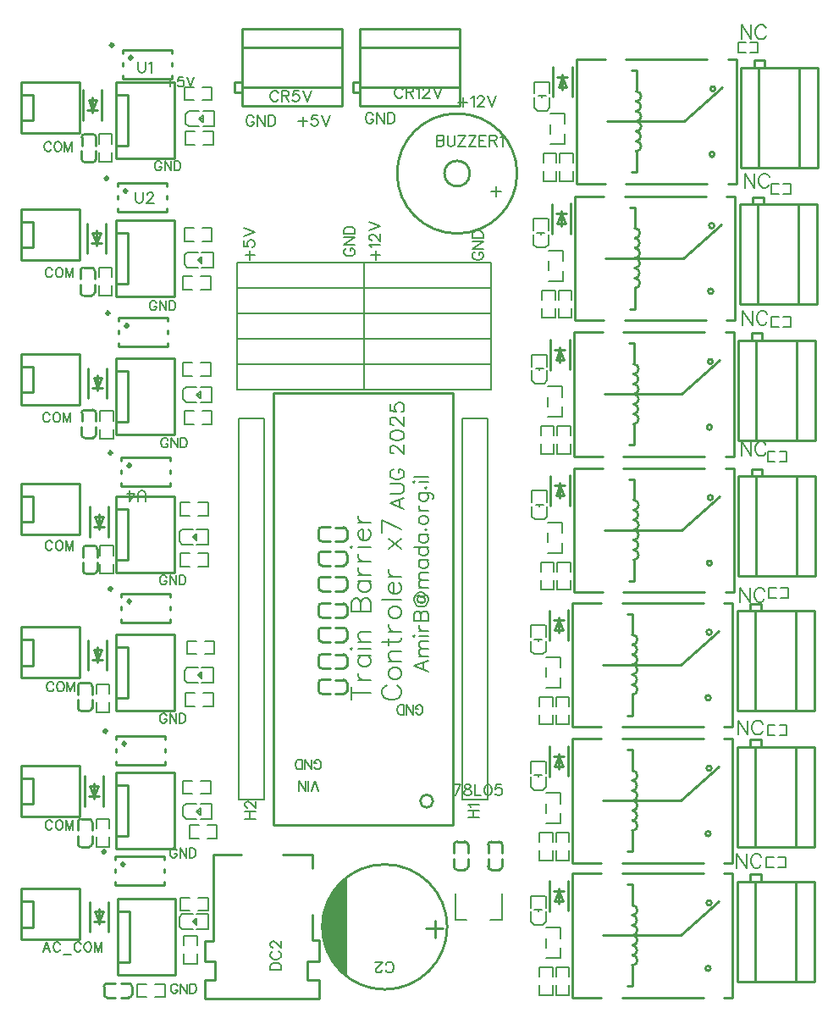
<source format=gto>
G04 Layer: TopSilkscreenLayer*
G04 EasyEDA v6.5.20, 2025-08-31 18:04:55*
G04 4654ec591aaf40839b9ddd4dd84afded,10*
G04 Gerber Generator version 0.2*
G04 Scale: 100 percent, Rotated: No, Reflected: No *
G04 Dimensions in millimeters *
G04 leading zeros omitted , absolute positions ,4 integer and 5 decimal *
%FSLAX45Y45*%
%MOMM*%

%ADD10C,0.2032*%
%ADD11C,0.1524*%
%ADD12C,0.1500*%
%ADD13C,0.2540*%
%ADD14C,0.2030*%
%ADD15C,0.2030*%
%ADD16C,0.3000*%
%ADD17C,0.0137*%

%LPD*%
D10*
X2781300Y2083562D02*
G01*
X2744977Y2179065D01*
X2708656Y2083562D02*
G01*
X2744977Y2179065D01*
X2678684Y2083562D02*
G01*
X2678684Y2179065D01*
X2648458Y2083562D02*
G01*
X2648458Y2179065D01*
X2648458Y2083562D02*
G01*
X2584958Y2179065D01*
X2584958Y2083562D02*
G01*
X2584958Y2179065D01*
X2738627Y2322068D02*
G01*
X2742945Y2312923D01*
X2752090Y2304034D01*
X2761234Y2299462D01*
X2779522Y2299462D01*
X2788411Y2304034D01*
X2797556Y2312923D01*
X2802127Y2322068D01*
X2806700Y2335784D01*
X2806700Y2358389D01*
X2802127Y2372105D01*
X2797556Y2381250D01*
X2788411Y2390394D01*
X2779522Y2394965D01*
X2761234Y2394965D01*
X2752090Y2390394D01*
X2742945Y2381250D01*
X2738627Y2372105D01*
X2738627Y2358389D01*
X2761234Y2358389D02*
G01*
X2738627Y2358389D01*
X2708402Y2299462D02*
G01*
X2708402Y2394965D01*
X2708402Y2299462D02*
G01*
X2644902Y2394965D01*
X2644902Y2299462D02*
G01*
X2644902Y2394965D01*
X2614929Y2299462D02*
G01*
X2614929Y2394965D01*
X2614929Y2299462D02*
G01*
X2583179Y2299462D01*
X2569463Y2304034D01*
X2560320Y2312923D01*
X2555747Y2322068D01*
X2551175Y2335784D01*
X2551175Y2358389D01*
X2555747Y2372105D01*
X2560320Y2381250D01*
X2569463Y2390394D01*
X2583179Y2394965D01*
X2614929Y2394965D01*
X1298194Y9205976D02*
G01*
X1298194Y9123934D01*
X1257300Y9165081D02*
G01*
X1339087Y9165081D01*
X1423670Y9219437D02*
G01*
X1378204Y9219437D01*
X1373631Y9178544D01*
X1378204Y9183115D01*
X1391920Y9187687D01*
X1405381Y9187687D01*
X1419097Y9183115D01*
X1428242Y9173971D01*
X1432813Y9160510D01*
X1432813Y9151365D01*
X1428242Y9137650D01*
X1419097Y9128505D01*
X1405381Y9123934D01*
X1391920Y9123934D01*
X1378204Y9128505D01*
X1373631Y9133078D01*
X1369060Y9142221D01*
X1462786Y9219437D02*
G01*
X1499107Y9123934D01*
X1535429Y9219437D02*
G01*
X1499107Y9123934D01*
X3734815Y3331210D02*
G01*
X3878072Y3276600D01*
X3734815Y3331210D02*
G01*
X3878072Y3385565D01*
X3830320Y3297173D02*
G01*
X3830320Y3365245D01*
X3782568Y3430778D02*
G01*
X3878072Y3430778D01*
X3809745Y3430778D02*
G01*
X3789425Y3451097D01*
X3782568Y3464813D01*
X3782568Y3485134D01*
X3789425Y3498850D01*
X3809745Y3505707D01*
X3878072Y3505707D01*
X3809745Y3505707D02*
G01*
X3789425Y3526028D01*
X3782568Y3539744D01*
X3782568Y3560318D01*
X3789425Y3573779D01*
X3809745Y3580637D01*
X3878072Y3580637D01*
X3734815Y3625595D02*
G01*
X3741674Y3632454D01*
X3734815Y3639312D01*
X3727958Y3632454D01*
X3734815Y3625595D01*
X3782568Y3632454D02*
G01*
X3878072Y3632454D01*
X3782568Y3684270D02*
G01*
X3878072Y3684270D01*
X3823461Y3684270D02*
G01*
X3803141Y3691128D01*
X3789425Y3704844D01*
X3782568Y3718305D01*
X3782568Y3738879D01*
X3734815Y3783837D02*
G01*
X3878072Y3783837D01*
X3734815Y3783837D02*
G01*
X3734815Y3845305D01*
X3741674Y3865626D01*
X3748531Y3872484D01*
X3761993Y3879342D01*
X3775709Y3879342D01*
X3789425Y3872484D01*
X3796284Y3865626D01*
X3803141Y3845305D01*
X3803141Y3783837D02*
G01*
X3803141Y3845305D01*
X3809745Y3865626D01*
X3816604Y3872484D01*
X3830320Y3879342D01*
X3850640Y3879342D01*
X3864356Y3872484D01*
X3871213Y3865626D01*
X3878072Y3845305D01*
X3878072Y3783837D01*
X3789425Y4026662D02*
G01*
X3775709Y4019804D01*
X3768852Y4006087D01*
X3768852Y3985768D01*
X3775709Y3972052D01*
X3782568Y3965194D01*
X3803141Y3958336D01*
X3823461Y3958336D01*
X3837177Y3965194D01*
X3844036Y3978910D01*
X3844036Y3999229D01*
X3837177Y4012945D01*
X3823461Y4019804D01*
X3768852Y3985768D02*
G01*
X3782568Y3972052D01*
X3803141Y3965194D01*
X3823461Y3965194D01*
X3837177Y3972052D01*
X3844036Y3978910D01*
X3768852Y4026662D02*
G01*
X3823461Y4019804D01*
X3837177Y4019804D01*
X3844036Y4033520D01*
X3844036Y4046981D01*
X3830320Y4060697D01*
X3809745Y4067555D01*
X3796284Y4067555D01*
X3775709Y4060697D01*
X3761993Y4053839D01*
X3748531Y4040123D01*
X3741674Y4026662D01*
X3734815Y4006087D01*
X3734815Y3985768D01*
X3741674Y3965194D01*
X3748531Y3951478D01*
X3761993Y3938015D01*
X3775709Y3931157D01*
X3796284Y3924300D01*
X3816604Y3924300D01*
X3837177Y3931157D01*
X3850640Y3938015D01*
X3864356Y3951478D01*
X3871213Y3965194D01*
X3878072Y3985768D01*
X3878072Y4006087D01*
X3871213Y4026662D01*
X3864356Y4040123D01*
X3857497Y4046981D01*
X3768852Y4033520D02*
G01*
X3823461Y4026662D01*
X3837177Y4026662D01*
X3844036Y4033520D01*
X3782568Y4112513D02*
G01*
X3878072Y4112513D01*
X3809745Y4112513D02*
G01*
X3789425Y4133087D01*
X3782568Y4146550D01*
X3782568Y4167123D01*
X3789425Y4180586D01*
X3809745Y4187444D01*
X3878072Y4187444D01*
X3809745Y4187444D02*
G01*
X3789425Y4208018D01*
X3782568Y4221479D01*
X3782568Y4242054D01*
X3789425Y4255770D01*
X3809745Y4262628D01*
X3878072Y4262628D01*
X3782568Y4389373D02*
G01*
X3878072Y4389373D01*
X3803141Y4389373D02*
G01*
X3789425Y4375657D01*
X3782568Y4361942D01*
X3782568Y4341621D01*
X3789425Y4327905D01*
X3803141Y4314444D01*
X3823461Y4307586D01*
X3837177Y4307586D01*
X3857497Y4314444D01*
X3871213Y4327905D01*
X3878072Y4341621D01*
X3878072Y4361942D01*
X3871213Y4375657D01*
X3857497Y4389373D01*
X3734815Y4516120D02*
G01*
X3878072Y4516120D01*
X3803141Y4516120D02*
G01*
X3789425Y4502404D01*
X3782568Y4488942D01*
X3782568Y4468368D01*
X3789425Y4454905D01*
X3803141Y4441189D01*
X3823461Y4434331D01*
X3837177Y4434331D01*
X3857497Y4441189D01*
X3871213Y4454905D01*
X3878072Y4468368D01*
X3878072Y4488942D01*
X3871213Y4502404D01*
X3857497Y4516120D01*
X3782568Y4642865D02*
G01*
X3878072Y4642865D01*
X3803141Y4642865D02*
G01*
X3789425Y4629404D01*
X3782568Y4615687D01*
X3782568Y4595113D01*
X3789425Y4581652D01*
X3803141Y4567936D01*
X3823461Y4561078D01*
X3837177Y4561078D01*
X3857497Y4567936D01*
X3871213Y4581652D01*
X3878072Y4595113D01*
X3878072Y4615687D01*
X3871213Y4629404D01*
X3857497Y4642865D01*
X3844036Y4694681D02*
G01*
X3850640Y4688078D01*
X3857497Y4694681D01*
X3850640Y4701539D01*
X3844036Y4694681D01*
X3782568Y4780787D02*
G01*
X3789425Y4767071D01*
X3803141Y4753355D01*
X3823461Y4746497D01*
X3837177Y4746497D01*
X3857497Y4753355D01*
X3871213Y4767071D01*
X3878072Y4780787D01*
X3878072Y4801107D01*
X3871213Y4814823D01*
X3857497Y4828539D01*
X3837177Y4835144D01*
X3823461Y4835144D01*
X3803141Y4828539D01*
X3789425Y4814823D01*
X3782568Y4801107D01*
X3782568Y4780787D01*
X3782568Y4880355D02*
G01*
X3878072Y4880355D01*
X3823461Y4880355D02*
G01*
X3803141Y4886960D01*
X3789425Y4900676D01*
X3782568Y4914392D01*
X3782568Y4934712D01*
X3782568Y5061712D02*
G01*
X3891534Y5061712D01*
X3912108Y5054854D01*
X3918965Y5047995D01*
X3925824Y5034279D01*
X3925824Y5013960D01*
X3918965Y5000244D01*
X3803141Y5061712D02*
G01*
X3789425Y5047995D01*
X3782568Y5034279D01*
X3782568Y5013960D01*
X3789425Y5000244D01*
X3803141Y4986528D01*
X3823461Y4979670D01*
X3837177Y4979670D01*
X3857497Y4986528D01*
X3871213Y5000244D01*
X3878072Y5013960D01*
X3878072Y5034279D01*
X3871213Y5047995D01*
X3857497Y5061712D01*
X3844036Y5113528D02*
G01*
X3850640Y5106670D01*
X3857497Y5113528D01*
X3850640Y5120131D01*
X3844036Y5113528D01*
X3734815Y5165344D02*
G01*
X3741674Y5171947D01*
X3734815Y5178805D01*
X3727958Y5171947D01*
X3734815Y5165344D01*
X3782568Y5171947D02*
G01*
X3878072Y5171947D01*
X3734815Y5223763D02*
G01*
X3878072Y5223763D01*
X3493515Y4956810D02*
G01*
X3636772Y4902200D01*
X3493515Y4956810D02*
G01*
X3636772Y5011165D01*
X3589020Y4922773D02*
G01*
X3589020Y4990845D01*
X3493515Y5056378D02*
G01*
X3595877Y5056378D01*
X3616197Y5062981D01*
X3629913Y5076697D01*
X3636772Y5097271D01*
X3636772Y5110734D01*
X3629913Y5131307D01*
X3616197Y5145023D01*
X3595877Y5151628D01*
X3493515Y5151628D01*
X3527552Y5298947D02*
G01*
X3514090Y5292089D01*
X3500374Y5278628D01*
X3493515Y5264912D01*
X3493515Y5237734D01*
X3500374Y5224018D01*
X3514090Y5210302D01*
X3527552Y5203444D01*
X3548125Y5196839D01*
X3582161Y5196839D01*
X3602736Y5203444D01*
X3616197Y5210302D01*
X3629913Y5224018D01*
X3636772Y5237734D01*
X3636772Y5264912D01*
X3629913Y5278628D01*
X3616197Y5292089D01*
X3602736Y5298947D01*
X3582161Y5298947D01*
X3582161Y5264912D02*
G01*
X3582161Y5298947D01*
X3527552Y5455920D02*
G01*
X3520693Y5455920D01*
X3507231Y5462778D01*
X3500374Y5469381D01*
X3493515Y5483097D01*
X3493515Y5510276D01*
X3500374Y5523992D01*
X3507231Y5530850D01*
X3520693Y5537707D01*
X3534409Y5537707D01*
X3548125Y5530850D01*
X3568445Y5517134D01*
X3636772Y5449062D01*
X3636772Y5544565D01*
X3493515Y5630418D02*
G01*
X3500374Y5609844D01*
X3520693Y5596381D01*
X3554984Y5589523D01*
X3575304Y5589523D01*
X3609340Y5596381D01*
X3629913Y5609844D01*
X3636772Y5630418D01*
X3636772Y5644134D01*
X3629913Y5664454D01*
X3609340Y5678170D01*
X3575304Y5685028D01*
X3554984Y5685028D01*
X3520693Y5678170D01*
X3500374Y5664454D01*
X3493515Y5644134D01*
X3493515Y5630418D01*
X3527552Y5736844D02*
G01*
X3520693Y5736844D01*
X3507231Y5743447D01*
X3500374Y5750305D01*
X3493515Y5764021D01*
X3493515Y5791200D01*
X3500374Y5804915D01*
X3507231Y5811773D01*
X3520693Y5818631D01*
X3534409Y5818631D01*
X3548125Y5811773D01*
X3568445Y5798057D01*
X3636772Y5729986D01*
X3636772Y5825489D01*
X3493515Y5952236D02*
G01*
X3493515Y5883910D01*
X3554984Y5877305D01*
X3548125Y5883910D01*
X3541268Y5904484D01*
X3541268Y5924804D01*
X3548125Y5945378D01*
X3561841Y5959094D01*
X3582161Y5965952D01*
X3595877Y5965952D01*
X3616197Y5959094D01*
X3629913Y5945378D01*
X3636772Y5924804D01*
X3636772Y5904484D01*
X3629913Y5883910D01*
X3623056Y5877305D01*
X3609340Y5870447D01*
D11*
X4342891Y7469378D02*
G01*
X4332477Y7464044D01*
X4322063Y7453629D01*
X4316984Y7443470D01*
X4316984Y7422642D01*
X4322063Y7412228D01*
X4332477Y7401813D01*
X4342891Y7396479D01*
X4358640Y7391400D01*
X4384547Y7391400D01*
X4400041Y7396479D01*
X4410456Y7401813D01*
X4420870Y7412228D01*
X4425950Y7422642D01*
X4425950Y7443470D01*
X4420870Y7453629D01*
X4410456Y7464044D01*
X4400041Y7469378D01*
X4384547Y7469378D01*
X4384547Y7443470D02*
G01*
X4384547Y7469378D01*
X4316984Y7503668D02*
G01*
X4425950Y7503668D01*
X4316984Y7503668D02*
G01*
X4425950Y7576312D01*
X4316984Y7576312D02*
G01*
X4425950Y7576312D01*
X4316984Y7610602D02*
G01*
X4425950Y7610602D01*
X4316984Y7610602D02*
G01*
X4316984Y7646923D01*
X4322063Y7662671D01*
X4332477Y7673086D01*
X4342891Y7678165D01*
X4358640Y7683500D01*
X4384547Y7683500D01*
X4400041Y7678165D01*
X4410456Y7673086D01*
X4420870Y7662671D01*
X4425950Y7646923D01*
X4425950Y7610602D01*
X3303777Y7438136D02*
G01*
X3397250Y7438136D01*
X3350513Y7391400D02*
G01*
X3350513Y7484871D01*
X3309111Y7519162D02*
G01*
X3303777Y7529576D01*
X3288284Y7545070D01*
X3397250Y7545070D01*
X3314191Y7584694D02*
G01*
X3309111Y7584694D01*
X3298697Y7589773D01*
X3293363Y7595108D01*
X3288284Y7605521D01*
X3288284Y7626350D01*
X3293363Y7636510D01*
X3298697Y7641844D01*
X3309111Y7646923D01*
X3319525Y7646923D01*
X3329940Y7641844D01*
X3345434Y7631429D01*
X3397250Y7579360D01*
X3397250Y7652258D01*
X3288284Y7686547D02*
G01*
X3397250Y7727950D01*
X3288284Y7769605D02*
G01*
X3397250Y7727950D01*
X2046477Y7438136D02*
G01*
X2139950Y7438136D01*
X2093213Y7391400D02*
G01*
X2093213Y7484871D01*
X2030984Y7581645D02*
G01*
X2030984Y7529576D01*
X2077720Y7524495D01*
X2072640Y7529576D01*
X2067306Y7545070D01*
X2067306Y7560818D01*
X2072640Y7576312D01*
X2082800Y7586726D01*
X2098547Y7592060D01*
X2108961Y7592060D01*
X2124456Y7586726D01*
X2134870Y7576312D01*
X2139950Y7560818D01*
X2139950Y7545070D01*
X2134870Y7529576D01*
X2129790Y7524495D01*
X2119375Y7519162D01*
X2030984Y7626350D02*
G01*
X2139950Y7667752D01*
X2030984Y7709408D02*
G01*
X2139950Y7667752D01*
D10*
X3754627Y2868168D02*
G01*
X3758945Y2859023D01*
X3768090Y2850134D01*
X3777234Y2845562D01*
X3795522Y2845562D01*
X3804411Y2850134D01*
X3813556Y2859023D01*
X3818127Y2868168D01*
X3822700Y2881884D01*
X3822700Y2904489D01*
X3818127Y2918205D01*
X3813556Y2927350D01*
X3804411Y2936494D01*
X3795522Y2941065D01*
X3777234Y2941065D01*
X3768090Y2936494D01*
X3758945Y2927350D01*
X3754627Y2918205D01*
X3754627Y2904489D01*
X3777234Y2904489D02*
G01*
X3754627Y2904489D01*
X3724402Y2845562D02*
G01*
X3724402Y2941065D01*
X3724402Y2845562D02*
G01*
X3660902Y2941065D01*
X3660902Y2845562D02*
G01*
X3660902Y2941065D01*
X3630929Y2845562D02*
G01*
X3630929Y2941065D01*
X3630929Y2845562D02*
G01*
X3599179Y2845562D01*
X3585463Y2850134D01*
X3576320Y2859023D01*
X3571747Y2868168D01*
X3567175Y2881884D01*
X3567175Y2904489D01*
X3571747Y2918205D01*
X3576320Y2927350D01*
X3585463Y2936494D01*
X3599179Y2941065D01*
X3630929Y2941065D01*
X3109671Y3061870D02*
G01*
X3303727Y3061870D01*
X3109671Y2997100D02*
G01*
X3109671Y3126386D01*
X3174187Y3187346D02*
G01*
X3303727Y3187346D01*
X3229813Y3187346D02*
G01*
X3202127Y3196744D01*
X3183585Y3215286D01*
X3174187Y3233574D01*
X3174187Y3261260D01*
X3174187Y3433218D02*
G01*
X3303727Y3433218D01*
X3202127Y3433218D02*
G01*
X3183585Y3414676D01*
X3174187Y3396134D01*
X3174187Y3368448D01*
X3183585Y3349906D01*
X3202127Y3331618D01*
X3229813Y3322220D01*
X3248101Y3322220D01*
X3275787Y3331618D01*
X3294329Y3349906D01*
X3303727Y3368448D01*
X3303727Y3396134D01*
X3294329Y3414676D01*
X3275787Y3433218D01*
X3109671Y3494178D02*
G01*
X3118815Y3503322D01*
X3109671Y3512466D01*
X3100527Y3503322D01*
X3109671Y3494178D01*
X3174187Y3503322D02*
G01*
X3303727Y3503322D01*
X3174187Y3573426D02*
G01*
X3303727Y3573426D01*
X3211271Y3573426D02*
G01*
X3183585Y3601366D01*
X3174187Y3619654D01*
X3174187Y3647340D01*
X3183585Y3665882D01*
X3211271Y3675026D01*
X3303727Y3675026D01*
X3109671Y3878226D02*
G01*
X3303727Y3878226D01*
X3109671Y3878226D02*
G01*
X3109671Y3961538D01*
X3118815Y3989224D01*
X3128213Y3998368D01*
X3146501Y4007766D01*
X3165043Y4007766D01*
X3183585Y3998368D01*
X3192729Y3989224D01*
X3202127Y3961538D01*
X3202127Y3878226D02*
G01*
X3202127Y3961538D01*
X3211271Y3989224D01*
X3220415Y3998368D01*
X3238957Y4007766D01*
X3266643Y4007766D01*
X3285185Y3998368D01*
X3294329Y3989224D01*
X3303727Y3961538D01*
X3303727Y3878226D01*
X3174187Y4179470D02*
G01*
X3303727Y4179470D01*
X3202127Y4179470D02*
G01*
X3183585Y4160928D01*
X3174187Y4142386D01*
X3174187Y4114700D01*
X3183585Y4096412D01*
X3202127Y4077870D01*
X3229813Y4068726D01*
X3248101Y4068726D01*
X3275787Y4077870D01*
X3294329Y4096412D01*
X3303727Y4114700D01*
X3303727Y4142386D01*
X3294329Y4160928D01*
X3275787Y4179470D01*
X3174187Y4240430D02*
G01*
X3303727Y4240430D01*
X3229813Y4240430D02*
G01*
X3202127Y4249574D01*
X3183585Y4268116D01*
X3174187Y4286658D01*
X3174187Y4314344D01*
X3174187Y4375304D02*
G01*
X3303727Y4375304D01*
X3229813Y4375304D02*
G01*
X3202127Y4384448D01*
X3183585Y4402990D01*
X3174187Y4421532D01*
X3174187Y4449218D01*
X3109671Y4510178D02*
G01*
X3118815Y4519322D01*
X3109671Y4528466D01*
X3100527Y4519322D01*
X3109671Y4510178D01*
X3174187Y4519322D02*
G01*
X3303727Y4519322D01*
X3229813Y4589426D02*
G01*
X3229813Y4700424D01*
X3211271Y4700424D01*
X3192729Y4691026D01*
X3183585Y4681882D01*
X3174187Y4663340D01*
X3174187Y4635654D01*
X3183585Y4617366D01*
X3202127Y4598824D01*
X3229813Y4589426D01*
X3248101Y4589426D01*
X3275787Y4598824D01*
X3294329Y4617366D01*
X3303727Y4635654D01*
X3303727Y4663340D01*
X3294329Y4681882D01*
X3275787Y4700424D01*
X3174187Y4761384D02*
G01*
X3303727Y4761384D01*
X3229813Y4761384D02*
G01*
X3202127Y4770528D01*
X3183585Y4789070D01*
X3174187Y4807612D01*
X3174187Y4835298D01*
X3460699Y3135784D02*
G01*
X3442157Y3126386D01*
X3423615Y3108098D01*
X3414471Y3089556D01*
X3414471Y3052726D01*
X3423615Y3034184D01*
X3442157Y3015642D01*
X3460699Y3006498D01*
X3488385Y2997100D01*
X3534613Y2997100D01*
X3562299Y3006498D01*
X3580587Y3015642D01*
X3599129Y3034184D01*
X3608527Y3052726D01*
X3608527Y3089556D01*
X3599129Y3108098D01*
X3580587Y3126386D01*
X3562299Y3135784D01*
X3478987Y3242972D02*
G01*
X3488385Y3224430D01*
X3506927Y3205888D01*
X3534613Y3196744D01*
X3552901Y3196744D01*
X3580587Y3205888D01*
X3599129Y3224430D01*
X3608527Y3242972D01*
X3608527Y3270658D01*
X3599129Y3288946D01*
X3580587Y3307488D01*
X3552901Y3316886D01*
X3534613Y3316886D01*
X3506927Y3307488D01*
X3488385Y3288946D01*
X3478987Y3270658D01*
X3478987Y3242972D01*
X3478987Y3377846D02*
G01*
X3608527Y3377846D01*
X3516071Y3377846D02*
G01*
X3488385Y3405532D01*
X3478987Y3423820D01*
X3478987Y3451506D01*
X3488385Y3470048D01*
X3516071Y3479446D01*
X3608527Y3479446D01*
X3414471Y3568092D02*
G01*
X3571443Y3568092D01*
X3599129Y3577236D01*
X3608527Y3595778D01*
X3608527Y3614066D01*
X3478987Y3540406D02*
G01*
X3478987Y3604922D01*
X3478987Y3675026D02*
G01*
X3608527Y3675026D01*
X3534613Y3675026D02*
G01*
X3506927Y3684424D01*
X3488385Y3702966D01*
X3478987Y3721254D01*
X3478987Y3748940D01*
X3478987Y3856128D02*
G01*
X3488385Y3837586D01*
X3506927Y3819298D01*
X3534613Y3809900D01*
X3552901Y3809900D01*
X3580587Y3819298D01*
X3599129Y3837586D01*
X3608527Y3856128D01*
X3608527Y3883814D01*
X3599129Y3902356D01*
X3580587Y3920898D01*
X3552901Y3930042D01*
X3534613Y3930042D01*
X3506927Y3920898D01*
X3488385Y3902356D01*
X3478987Y3883814D01*
X3478987Y3856128D01*
X3414471Y3991002D02*
G01*
X3608527Y3991002D01*
X3534613Y4051962D02*
G01*
X3534613Y4162706D01*
X3516071Y4162706D01*
X3497529Y4153562D01*
X3488385Y4144418D01*
X3478987Y4125876D01*
X3478987Y4098190D01*
X3488385Y4079648D01*
X3506927Y4061106D01*
X3534613Y4051962D01*
X3552901Y4051962D01*
X3580587Y4061106D01*
X3599129Y4079648D01*
X3608527Y4098190D01*
X3608527Y4125876D01*
X3599129Y4144418D01*
X3580587Y4162706D01*
X3478987Y4223666D02*
G01*
X3608527Y4223666D01*
X3534613Y4223666D02*
G01*
X3506927Y4233064D01*
X3488385Y4251606D01*
X3478987Y4269894D01*
X3478987Y4297580D01*
X3478987Y4500780D02*
G01*
X3608527Y4602380D01*
X3478987Y4602380D02*
G01*
X3608527Y4500780D01*
X3414471Y4792626D02*
G01*
X3608527Y4700424D01*
X3414471Y4663340D02*
G01*
X3414471Y4792626D01*
D11*
X3060191Y7507478D02*
G01*
X3049777Y7502144D01*
X3039363Y7491729D01*
X3034284Y7481570D01*
X3034284Y7460742D01*
X3039363Y7450328D01*
X3049777Y7439913D01*
X3060191Y7434579D01*
X3075940Y7429500D01*
X3101847Y7429500D01*
X3117341Y7434579D01*
X3127756Y7439913D01*
X3138170Y7450328D01*
X3143250Y7460742D01*
X3143250Y7481570D01*
X3138170Y7491729D01*
X3127756Y7502144D01*
X3117341Y7507478D01*
X3101847Y7507478D01*
X3101847Y7481570D02*
G01*
X3101847Y7507478D01*
X3034284Y7541768D02*
G01*
X3143250Y7541768D01*
X3034284Y7541768D02*
G01*
X3143250Y7614412D01*
X3034284Y7614412D02*
G01*
X3143250Y7614412D01*
X3034284Y7648702D02*
G01*
X3143250Y7648702D01*
X3034284Y7648702D02*
G01*
X3034284Y7685023D01*
X3039363Y7700771D01*
X3049777Y7711186D01*
X3060191Y7716265D01*
X3075940Y7721600D01*
X3101847Y7721600D01*
X3117341Y7716265D01*
X3127756Y7711186D01*
X3138170Y7700771D01*
X3143250Y7685023D01*
X3143250Y7648702D01*
D12*
X7010400Y9739884D02*
G01*
X7010400Y9596628D01*
X7010400Y9739884D02*
G01*
X7105904Y9596628D01*
X7105904Y9739884D02*
G01*
X7105904Y9596628D01*
X7253224Y9705847D02*
G01*
X7246365Y9719310D01*
X7232650Y9733026D01*
X7218934Y9739884D01*
X7191756Y9739884D01*
X7178040Y9733026D01*
X7164577Y9719310D01*
X7157720Y9705847D01*
X7150861Y9685274D01*
X7150861Y9651237D01*
X7157720Y9630663D01*
X7164577Y9617202D01*
X7178040Y9603486D01*
X7191756Y9596628D01*
X7218934Y9596628D01*
X7232650Y9603486D01*
X7246365Y9617202D01*
X7253224Y9630663D01*
D10*
X1211071Y8358631D02*
G01*
X1206754Y8367776D01*
X1197610Y8376665D01*
X1188465Y8381237D01*
X1170178Y8381237D01*
X1161287Y8376665D01*
X1152144Y8367776D01*
X1147571Y8358631D01*
X1143000Y8344915D01*
X1143000Y8322310D01*
X1147571Y8308594D01*
X1152144Y8299450D01*
X1161287Y8290305D01*
X1170178Y8285734D01*
X1188465Y8285734D01*
X1197610Y8290305D01*
X1206754Y8299450D01*
X1211071Y8308594D01*
X1211071Y8322310D01*
X1188465Y8322310D02*
G01*
X1211071Y8322310D01*
X1241297Y8381237D02*
G01*
X1241297Y8285734D01*
X1241297Y8381237D02*
G01*
X1304797Y8285734D01*
X1304797Y8381237D02*
G01*
X1304797Y8285734D01*
X1334770Y8381237D02*
G01*
X1334770Y8285734D01*
X1334770Y8381237D02*
G01*
X1366520Y8381237D01*
X1380236Y8376665D01*
X1389379Y8367776D01*
X1393952Y8358631D01*
X1398523Y8344915D01*
X1398523Y8322310D01*
X1393952Y8308594D01*
X1389379Y8299450D01*
X1380236Y8290305D01*
X1366520Y8285734D01*
X1334770Y8285734D01*
X1160279Y6961644D02*
G01*
X1155961Y6970788D01*
X1146817Y6979678D01*
X1137673Y6984250D01*
X1119385Y6984250D01*
X1110495Y6979678D01*
X1101351Y6970788D01*
X1096779Y6961644D01*
X1092207Y6947928D01*
X1092207Y6925322D01*
X1096779Y6911606D01*
X1101351Y6902462D01*
X1110495Y6893318D01*
X1119385Y6888746D01*
X1137673Y6888746D01*
X1146817Y6893318D01*
X1155961Y6902462D01*
X1160279Y6911606D01*
X1160279Y6925322D01*
X1137673Y6925322D02*
G01*
X1160279Y6925322D01*
X1190505Y6984250D02*
G01*
X1190505Y6888746D01*
X1190505Y6984250D02*
G01*
X1254005Y6888746D01*
X1254005Y6984250D02*
G01*
X1254005Y6888746D01*
X1283977Y6984250D02*
G01*
X1283977Y6888746D01*
X1283977Y6984250D02*
G01*
X1315727Y6984250D01*
X1329443Y6979678D01*
X1338587Y6970788D01*
X1343159Y6961644D01*
X1347731Y6947928D01*
X1347731Y6925322D01*
X1343159Y6911606D01*
X1338587Y6902462D01*
X1329443Y6893318D01*
X1315727Y6888746D01*
X1283977Y6888746D01*
X1274579Y5590042D02*
G01*
X1270261Y5599186D01*
X1261117Y5608076D01*
X1251973Y5612648D01*
X1233685Y5612648D01*
X1224795Y5608076D01*
X1215651Y5599186D01*
X1211079Y5590042D01*
X1206507Y5576326D01*
X1206507Y5553720D01*
X1211079Y5540004D01*
X1215651Y5530860D01*
X1224795Y5521716D01*
X1233685Y5517144D01*
X1251973Y5517144D01*
X1261117Y5521716D01*
X1270261Y5530860D01*
X1274579Y5540004D01*
X1274579Y5553720D01*
X1251973Y5553720D02*
G01*
X1274579Y5553720D01*
X1304805Y5612648D02*
G01*
X1304805Y5517144D01*
X1304805Y5612648D02*
G01*
X1368305Y5517144D01*
X1368305Y5612648D02*
G01*
X1368305Y5517144D01*
X1398277Y5612648D02*
G01*
X1398277Y5517144D01*
X1398277Y5612648D02*
G01*
X1430027Y5612648D01*
X1443743Y5608076D01*
X1452887Y5599186D01*
X1457459Y5590042D01*
X1462031Y5576326D01*
X1462031Y5553720D01*
X1457459Y5540004D01*
X1452887Y5530860D01*
X1443743Y5521716D01*
X1430027Y5517144D01*
X1398277Y5517144D01*
X1261879Y4218437D02*
G01*
X1257561Y4227581D01*
X1248417Y4236471D01*
X1239273Y4241043D01*
X1220985Y4241043D01*
X1212095Y4236471D01*
X1202951Y4227581D01*
X1198379Y4218437D01*
X1193807Y4204721D01*
X1193807Y4182115D01*
X1198379Y4168399D01*
X1202951Y4159255D01*
X1212095Y4150111D01*
X1220985Y4145539D01*
X1239273Y4145539D01*
X1248417Y4150111D01*
X1257561Y4159255D01*
X1261879Y4168399D01*
X1261879Y4182115D01*
X1239273Y4182115D02*
G01*
X1261879Y4182115D01*
X1292105Y4241043D02*
G01*
X1292105Y4145539D01*
X1292105Y4241043D02*
G01*
X1355605Y4145539D01*
X1355605Y4241043D02*
G01*
X1355605Y4145539D01*
X1385577Y4241043D02*
G01*
X1385577Y4145539D01*
X1385577Y4241043D02*
G01*
X1417327Y4241043D01*
X1431043Y4236471D01*
X1440187Y4227581D01*
X1444759Y4218437D01*
X1449331Y4204721D01*
X1449331Y4182115D01*
X1444759Y4168399D01*
X1440187Y4159255D01*
X1431043Y4150111D01*
X1417327Y4145539D01*
X1385577Y4145539D01*
X1363464Y1487924D02*
G01*
X1359146Y1497068D01*
X1350002Y1505958D01*
X1340858Y1510530D01*
X1322570Y1510530D01*
X1313680Y1505958D01*
X1304536Y1497068D01*
X1299964Y1487924D01*
X1295392Y1474208D01*
X1295392Y1451602D01*
X1299964Y1437886D01*
X1304536Y1428742D01*
X1313680Y1419598D01*
X1322570Y1415026D01*
X1340858Y1415026D01*
X1350002Y1419598D01*
X1359146Y1428742D01*
X1363464Y1437886D01*
X1363464Y1451602D01*
X1340858Y1451602D02*
G01*
X1363464Y1451602D01*
X1393690Y1510530D02*
G01*
X1393690Y1415026D01*
X1393690Y1510530D02*
G01*
X1457190Y1415026D01*
X1457190Y1510530D02*
G01*
X1457190Y1415026D01*
X1487162Y1510530D02*
G01*
X1487162Y1415026D01*
X1487162Y1510530D02*
G01*
X1518912Y1510530D01*
X1532628Y1505958D01*
X1541772Y1497068D01*
X1546344Y1487924D01*
X1550916Y1474208D01*
X1550916Y1451602D01*
X1546344Y1437886D01*
X1541772Y1428742D01*
X1532628Y1419598D01*
X1518912Y1415026D01*
X1487162Y1415026D01*
X1261866Y2834142D02*
G01*
X1257548Y2843286D01*
X1248404Y2852176D01*
X1239260Y2856748D01*
X1220972Y2856748D01*
X1212082Y2852176D01*
X1202938Y2843286D01*
X1198366Y2834142D01*
X1193794Y2820426D01*
X1193794Y2797820D01*
X1198366Y2784104D01*
X1202938Y2774960D01*
X1212082Y2765816D01*
X1220972Y2761244D01*
X1239260Y2761244D01*
X1248404Y2765816D01*
X1257548Y2774960D01*
X1261866Y2784104D01*
X1261866Y2797820D01*
X1239260Y2797820D02*
G01*
X1261866Y2797820D01*
X1292092Y2856748D02*
G01*
X1292092Y2761244D01*
X1292092Y2856748D02*
G01*
X1355592Y2761244D01*
X1355592Y2856748D02*
G01*
X1355592Y2761244D01*
X1385564Y2856748D02*
G01*
X1385564Y2761244D01*
X1385564Y2856748D02*
G01*
X1417314Y2856748D01*
X1431030Y2852176D01*
X1440174Y2843286D01*
X1444746Y2834142D01*
X1449318Y2820426D01*
X1449318Y2797820D01*
X1444746Y2784104D01*
X1440174Y2774960D01*
X1431030Y2765816D01*
X1417314Y2761244D01*
X1385564Y2761244D01*
X1369303Y131013D02*
G01*
X1364985Y140157D01*
X1355841Y149047D01*
X1346697Y153619D01*
X1328409Y153619D01*
X1319519Y149047D01*
X1310375Y140157D01*
X1305803Y131013D01*
X1301231Y117297D01*
X1301231Y94691D01*
X1305803Y80975D01*
X1310375Y71831D01*
X1319519Y62687D01*
X1328409Y58115D01*
X1346697Y58115D01*
X1355841Y62687D01*
X1364985Y71831D01*
X1369303Y80975D01*
X1369303Y94691D01*
X1346697Y94691D02*
G01*
X1369303Y94691D01*
X1399529Y153619D02*
G01*
X1399529Y58115D01*
X1399529Y153619D02*
G01*
X1463029Y58115D01*
X1463029Y153619D02*
G01*
X1463029Y58115D01*
X1493001Y153619D02*
G01*
X1493001Y58115D01*
X1493001Y153619D02*
G01*
X1524751Y153619D01*
X1538467Y149047D01*
X1547611Y140157D01*
X1552183Y131013D01*
X1556755Y117297D01*
X1556755Y94691D01*
X1552183Y80975D01*
X1547611Y71831D01*
X1538467Y62687D01*
X1524751Y58115D01*
X1493001Y58115D01*
X61721Y570748D02*
G01*
X25400Y475244D01*
X61721Y570748D02*
G01*
X98044Y475244D01*
X39115Y507248D02*
G01*
X84581Y507248D01*
X196342Y548142D02*
G01*
X191770Y557286D01*
X182626Y566176D01*
X173481Y570748D01*
X155447Y570748D01*
X146304Y566176D01*
X137160Y557286D01*
X132587Y548142D01*
X128015Y534426D01*
X128015Y511820D01*
X132587Y498104D01*
X137160Y488960D01*
X146304Y479816D01*
X155447Y475244D01*
X173481Y475244D01*
X182626Y479816D01*
X191770Y488960D01*
X196342Y498104D01*
X226313Y443494D02*
G01*
X308102Y443494D01*
X406400Y548142D02*
G01*
X401828Y557286D01*
X392684Y566176D01*
X383539Y570748D01*
X365505Y570748D01*
X356362Y566176D01*
X347218Y557286D01*
X342645Y548142D01*
X338073Y534426D01*
X338073Y511820D01*
X342645Y498104D01*
X347218Y488960D01*
X356362Y479816D01*
X365505Y475244D01*
X383539Y475244D01*
X392684Y479816D01*
X401828Y488960D01*
X406400Y498104D01*
X463550Y570748D02*
G01*
X454405Y566176D01*
X445515Y557286D01*
X440944Y548142D01*
X436371Y534426D01*
X436371Y511820D01*
X440944Y498104D01*
X445515Y488960D01*
X454405Y479816D01*
X463550Y475244D01*
X481837Y475244D01*
X490728Y479816D01*
X499871Y488960D01*
X504444Y498104D01*
X509015Y511820D01*
X509015Y534426D01*
X504444Y548142D01*
X499871Y557286D01*
X490728Y566176D01*
X481837Y570748D01*
X463550Y570748D01*
X538987Y570748D02*
G01*
X538987Y475244D01*
X538987Y570748D02*
G01*
X575310Y475244D01*
X611886Y570748D02*
G01*
X575310Y475244D01*
X611886Y570748D02*
G01*
X611886Y475244D01*
X118871Y1767331D02*
G01*
X114554Y1776476D01*
X105410Y1785365D01*
X96265Y1789937D01*
X77978Y1789937D01*
X69087Y1785365D01*
X59944Y1776476D01*
X55371Y1767331D01*
X50800Y1753615D01*
X50800Y1731010D01*
X55371Y1717294D01*
X59944Y1708150D01*
X69087Y1699005D01*
X77978Y1694434D01*
X96265Y1694434D01*
X105410Y1699005D01*
X114554Y1708150D01*
X118871Y1717294D01*
X176276Y1789937D02*
G01*
X167131Y1785365D01*
X157987Y1776476D01*
X153415Y1767331D01*
X149097Y1753615D01*
X149097Y1731010D01*
X153415Y1717294D01*
X157987Y1708150D01*
X167131Y1699005D01*
X176276Y1694434D01*
X194310Y1694434D01*
X203454Y1699005D01*
X212597Y1708150D01*
X217170Y1717294D01*
X221742Y1731010D01*
X221742Y1753615D01*
X217170Y1767331D01*
X212597Y1776476D01*
X203454Y1785365D01*
X194310Y1789937D01*
X176276Y1789937D01*
X251713Y1789937D02*
G01*
X251713Y1694434D01*
X251713Y1789937D02*
G01*
X288036Y1694434D01*
X324357Y1789937D02*
G01*
X288036Y1694434D01*
X324357Y1789937D02*
G01*
X324357Y1694434D01*
X131571Y3151631D02*
G01*
X127254Y3160776D01*
X118110Y3169665D01*
X108965Y3174237D01*
X90678Y3174237D01*
X81787Y3169665D01*
X72644Y3160776D01*
X68071Y3151631D01*
X63500Y3137915D01*
X63500Y3115310D01*
X68071Y3101594D01*
X72644Y3092450D01*
X81787Y3083305D01*
X90678Y3078734D01*
X108965Y3078734D01*
X118110Y3083305D01*
X127254Y3092450D01*
X131571Y3101594D01*
X188976Y3174237D02*
G01*
X179831Y3169665D01*
X170687Y3160776D01*
X166115Y3151631D01*
X161797Y3137915D01*
X161797Y3115310D01*
X166115Y3101594D01*
X170687Y3092450D01*
X179831Y3083305D01*
X188976Y3078734D01*
X207010Y3078734D01*
X216154Y3083305D01*
X225297Y3092450D01*
X229870Y3101594D01*
X234442Y3115310D01*
X234442Y3137915D01*
X229870Y3151631D01*
X225297Y3160776D01*
X216154Y3169665D01*
X207010Y3174237D01*
X188976Y3174237D01*
X264413Y3174237D02*
G01*
X264413Y3078734D01*
X264413Y3174237D02*
G01*
X300736Y3078734D01*
X337057Y3174237D02*
G01*
X300736Y3078734D01*
X337057Y3174237D02*
G01*
X337057Y3078734D01*
X118871Y4561331D02*
G01*
X114554Y4570476D01*
X105410Y4579365D01*
X96265Y4583937D01*
X77978Y4583937D01*
X69087Y4579365D01*
X59944Y4570476D01*
X55371Y4561331D01*
X50800Y4547615D01*
X50800Y4525010D01*
X55371Y4511294D01*
X59944Y4502150D01*
X69087Y4493005D01*
X77978Y4488434D01*
X96265Y4488434D01*
X105410Y4493005D01*
X114554Y4502150D01*
X118871Y4511294D01*
X176276Y4583937D02*
G01*
X167131Y4579365D01*
X157987Y4570476D01*
X153415Y4561331D01*
X149097Y4547615D01*
X149097Y4525010D01*
X153415Y4511294D01*
X157987Y4502150D01*
X167131Y4493005D01*
X176276Y4488434D01*
X194310Y4488434D01*
X203454Y4493005D01*
X212597Y4502150D01*
X217170Y4511294D01*
X221742Y4525010D01*
X221742Y4547615D01*
X217170Y4561331D01*
X212597Y4570476D01*
X203454Y4579365D01*
X194310Y4583937D01*
X176276Y4583937D01*
X251713Y4583937D02*
G01*
X251713Y4488434D01*
X251713Y4583937D02*
G01*
X288036Y4488434D01*
X324357Y4583937D02*
G01*
X288036Y4488434D01*
X324357Y4583937D02*
G01*
X324357Y4488434D01*
X93471Y5844031D02*
G01*
X89154Y5853176D01*
X80010Y5862065D01*
X70865Y5866637D01*
X52578Y5866637D01*
X43687Y5862065D01*
X34544Y5853176D01*
X29971Y5844031D01*
X25400Y5830315D01*
X25400Y5807710D01*
X29971Y5793994D01*
X34544Y5784850D01*
X43687Y5775705D01*
X52578Y5771134D01*
X70865Y5771134D01*
X80010Y5775705D01*
X89154Y5784850D01*
X93471Y5793994D01*
X150876Y5866637D02*
G01*
X141731Y5862065D01*
X132587Y5853176D01*
X128015Y5844031D01*
X123697Y5830315D01*
X123697Y5807710D01*
X128015Y5793994D01*
X132587Y5784850D01*
X141731Y5775705D01*
X150876Y5771134D01*
X168910Y5771134D01*
X178054Y5775705D01*
X187197Y5784850D01*
X191770Y5793994D01*
X196342Y5807710D01*
X196342Y5830315D01*
X191770Y5844031D01*
X187197Y5853176D01*
X178054Y5862065D01*
X168910Y5866637D01*
X150876Y5866637D01*
X226313Y5866637D02*
G01*
X226313Y5771134D01*
X226313Y5866637D02*
G01*
X262636Y5771134D01*
X298957Y5866637D02*
G01*
X262636Y5771134D01*
X298957Y5866637D02*
G01*
X298957Y5771134D01*
X118871Y7291831D02*
G01*
X114554Y7300976D01*
X105410Y7309865D01*
X96265Y7314437D01*
X77978Y7314437D01*
X69087Y7309865D01*
X59944Y7300976D01*
X55371Y7291831D01*
X50800Y7278115D01*
X50800Y7255510D01*
X55371Y7241794D01*
X59944Y7232650D01*
X69087Y7223505D01*
X77978Y7218934D01*
X96265Y7218934D01*
X105410Y7223505D01*
X114554Y7232650D01*
X118871Y7241794D01*
X176276Y7314437D02*
G01*
X167131Y7309865D01*
X157987Y7300976D01*
X153415Y7291831D01*
X149097Y7278115D01*
X149097Y7255510D01*
X153415Y7241794D01*
X157987Y7232650D01*
X167131Y7223505D01*
X176276Y7218934D01*
X194310Y7218934D01*
X203454Y7223505D01*
X212597Y7232650D01*
X217170Y7241794D01*
X221742Y7255510D01*
X221742Y7278115D01*
X217170Y7291831D01*
X212597Y7300976D01*
X203454Y7309865D01*
X194310Y7314437D01*
X176276Y7314437D01*
X251713Y7314437D02*
G01*
X251713Y7218934D01*
X251713Y7314437D02*
G01*
X288036Y7218934D01*
X324357Y7314437D02*
G01*
X288036Y7218934D01*
X324357Y7314437D02*
G01*
X324357Y7218934D01*
X106171Y8549131D02*
G01*
X101854Y8558276D01*
X92710Y8567165D01*
X83565Y8571737D01*
X65278Y8571737D01*
X56387Y8567165D01*
X47244Y8558276D01*
X42671Y8549131D01*
X38100Y8535415D01*
X38100Y8512810D01*
X42671Y8499094D01*
X47244Y8489950D01*
X56387Y8480805D01*
X65278Y8476234D01*
X83565Y8476234D01*
X92710Y8480805D01*
X101854Y8489950D01*
X106171Y8499094D01*
X163576Y8571737D02*
G01*
X154431Y8567165D01*
X145287Y8558276D01*
X140715Y8549131D01*
X136397Y8535415D01*
X136397Y8512810D01*
X140715Y8499094D01*
X145287Y8489950D01*
X154431Y8480805D01*
X163576Y8476234D01*
X181610Y8476234D01*
X190754Y8480805D01*
X199897Y8489950D01*
X204470Y8499094D01*
X209042Y8512810D01*
X209042Y8535415D01*
X204470Y8549131D01*
X199897Y8558276D01*
X190754Y8567165D01*
X181610Y8571737D01*
X163576Y8571737D01*
X239013Y8571737D02*
G01*
X239013Y8476234D01*
X239013Y8571737D02*
G01*
X275336Y8476234D01*
X311657Y8571737D02*
G01*
X275336Y8476234D01*
X311657Y8571737D02*
G01*
X311657Y8476234D01*
D11*
X3329177Y8839708D02*
G01*
X3323843Y8850121D01*
X3313429Y8860536D01*
X3303270Y8865615D01*
X3282441Y8865615D01*
X3272027Y8860536D01*
X3261613Y8850121D01*
X3256279Y8839708D01*
X3251200Y8823960D01*
X3251200Y8798052D01*
X3256279Y8782558D01*
X3261613Y8772144D01*
X3272027Y8761729D01*
X3282441Y8756650D01*
X3303270Y8756650D01*
X3313429Y8761729D01*
X3323843Y8772144D01*
X3329177Y8782558D01*
X3329177Y8798052D01*
X3303270Y8798052D02*
G01*
X3329177Y8798052D01*
X3363468Y8865615D02*
G01*
X3363468Y8756650D01*
X3363468Y8865615D02*
G01*
X3436111Y8756650D01*
X3436111Y8865615D02*
G01*
X3436111Y8756650D01*
X3470402Y8865615D02*
G01*
X3470402Y8756650D01*
X3470402Y8865615D02*
G01*
X3506724Y8865615D01*
X3522472Y8860536D01*
X3532886Y8850121D01*
X3537965Y8839708D01*
X3543300Y8823960D01*
X3543300Y8798052D01*
X3537965Y8782558D01*
X3532886Y8772144D01*
X3522472Y8761729D01*
X3506724Y8756650D01*
X3470402Y8756650D01*
X2135377Y8814308D02*
G01*
X2130043Y8824721D01*
X2119629Y8835136D01*
X2109470Y8840215D01*
X2088641Y8840215D01*
X2078227Y8835136D01*
X2067813Y8824721D01*
X2062479Y8814308D01*
X2057400Y8798560D01*
X2057400Y8772652D01*
X2062479Y8757158D01*
X2067813Y8746744D01*
X2078227Y8736329D01*
X2088641Y8731250D01*
X2109470Y8731250D01*
X2119629Y8736329D01*
X2130043Y8746744D01*
X2135377Y8757158D01*
X2135377Y8772652D01*
X2109470Y8772652D02*
G01*
X2135377Y8772652D01*
X2169668Y8840215D02*
G01*
X2169668Y8731250D01*
X2169668Y8840215D02*
G01*
X2242311Y8731250D01*
X2242311Y8840215D02*
G01*
X2242311Y8731250D01*
X2276602Y8840215D02*
G01*
X2276602Y8731250D01*
X2276602Y8840215D02*
G01*
X2312924Y8840215D01*
X2328672Y8835136D01*
X2339086Y8824721D01*
X2344165Y8814308D01*
X2349500Y8798560D01*
X2349500Y8772652D01*
X2344165Y8757158D01*
X2339086Y8746744D01*
X2328672Y8736329D01*
X2312924Y8731250D01*
X2276602Y8731250D01*
X2624858Y8824653D02*
G01*
X2624858Y8731135D01*
X2578100Y8777894D02*
G01*
X2671617Y8777894D01*
X2768254Y8840238D02*
G01*
X2716298Y8840238D01*
X2711104Y8793479D01*
X2716298Y8798674D01*
X2731884Y8803871D01*
X2747472Y8803871D01*
X2763057Y8798674D01*
X2773448Y8788285D01*
X2778645Y8772697D01*
X2778645Y8762306D01*
X2773448Y8746721D01*
X2763057Y8736329D01*
X2747472Y8731135D01*
X2731884Y8731135D01*
X2716298Y8736329D01*
X2711104Y8741524D01*
X2705907Y8751915D01*
X2812935Y8840238D02*
G01*
X2854497Y8731135D01*
X2896062Y8840238D02*
G01*
X2854497Y8731135D01*
X4225036Y9015221D02*
G01*
X4225036Y8921750D01*
X4178300Y8968486D02*
G01*
X4271772Y8968486D01*
X4306061Y9009887D02*
G01*
X4316475Y9015221D01*
X4331970Y9030715D01*
X4331970Y8921750D01*
X4371593Y9004808D02*
G01*
X4371593Y9009887D01*
X4376674Y9020302D01*
X4382008Y9025636D01*
X4392422Y9030715D01*
X4413250Y9030715D01*
X4423409Y9025636D01*
X4428743Y9020302D01*
X4433824Y9009887D01*
X4433824Y8999474D01*
X4428743Y8989060D01*
X4418329Y8973565D01*
X4366259Y8921750D01*
X4439158Y8921750D01*
X4473447Y9030715D02*
G01*
X4514850Y8921750D01*
X4556506Y9030715D02*
G01*
X4514850Y8921750D01*
D12*
X7043691Y8253984D02*
G01*
X7043691Y8110728D01*
X7043691Y8253984D02*
G01*
X7139195Y8110728D01*
X7139195Y8253984D02*
G01*
X7139195Y8110728D01*
X7286515Y8219947D02*
G01*
X7279657Y8233410D01*
X7265941Y8247126D01*
X7252225Y8253984D01*
X7225047Y8253984D01*
X7211331Y8247126D01*
X7197869Y8233410D01*
X7191011Y8219947D01*
X7184153Y8199373D01*
X7184153Y8165337D01*
X7191011Y8144763D01*
X7197869Y8131302D01*
X7211331Y8117586D01*
X7225047Y8110728D01*
X7252225Y8110728D01*
X7265941Y8117586D01*
X7279657Y8131302D01*
X7286515Y8144763D01*
X7023100Y6882384D02*
G01*
X7023100Y6739128D01*
X7023100Y6882384D02*
G01*
X7118604Y6739128D01*
X7118604Y6882384D02*
G01*
X7118604Y6739128D01*
X7265924Y6848347D02*
G01*
X7259065Y6861810D01*
X7245350Y6875526D01*
X7231634Y6882384D01*
X7204456Y6882384D01*
X7190740Y6875526D01*
X7177277Y6861810D01*
X7170420Y6848347D01*
X7163561Y6827773D01*
X7163561Y6793737D01*
X7170420Y6773163D01*
X7177277Y6759702D01*
X7190740Y6745986D01*
X7204456Y6739128D01*
X7231634Y6739128D01*
X7245350Y6745986D01*
X7259065Y6759702D01*
X7265924Y6773163D01*
X7009107Y5574284D02*
G01*
X7009107Y5431028D01*
X7009107Y5574284D02*
G01*
X7104611Y5431028D01*
X7104611Y5574284D02*
G01*
X7104611Y5431028D01*
X7251931Y5540247D02*
G01*
X7245073Y5553710D01*
X7231357Y5567426D01*
X7217641Y5574284D01*
X7190463Y5574284D01*
X7176747Y5567426D01*
X7163285Y5553710D01*
X7156427Y5540247D01*
X7149569Y5519673D01*
X7149569Y5485637D01*
X7156427Y5465063D01*
X7163285Y5451602D01*
X7176747Y5437886D01*
X7190463Y5431028D01*
X7217641Y5431028D01*
X7231357Y5437886D01*
X7245073Y5451602D01*
X7251931Y5465063D01*
X6997700Y4113784D02*
G01*
X6997700Y3970528D01*
X6997700Y4113784D02*
G01*
X7093204Y3970528D01*
X7093204Y4113784D02*
G01*
X7093204Y3970528D01*
X7240524Y4079747D02*
G01*
X7233665Y4093210D01*
X7219950Y4106926D01*
X7206234Y4113784D01*
X7179056Y4113784D01*
X7165340Y4106926D01*
X7151877Y4093210D01*
X7145020Y4079747D01*
X7138161Y4059173D01*
X7138161Y4025137D01*
X7145020Y4004563D01*
X7151877Y3991102D01*
X7165340Y3977386D01*
X7179056Y3970528D01*
X7206234Y3970528D01*
X7219950Y3977386D01*
X7233665Y3991102D01*
X7240524Y4004563D01*
X6975985Y2788178D02*
G01*
X6975985Y2644922D01*
X6975985Y2788178D02*
G01*
X7071489Y2644922D01*
X7071489Y2788178D02*
G01*
X7071489Y2644922D01*
X7218809Y2754142D02*
G01*
X7211951Y2767604D01*
X7198235Y2781320D01*
X7184519Y2788178D01*
X7157341Y2788178D01*
X7143625Y2781320D01*
X7130163Y2767604D01*
X7123305Y2754142D01*
X7116447Y2733568D01*
X7116447Y2699532D01*
X7123305Y2678958D01*
X7130163Y2665496D01*
X7143625Y2651780D01*
X7157341Y2644922D01*
X7184519Y2644922D01*
X7198235Y2651780D01*
X7211951Y2665496D01*
X7218809Y2678958D01*
X6963186Y1456982D02*
G01*
X6963186Y1313726D01*
X6963186Y1456982D02*
G01*
X7058690Y1313726D01*
X7058690Y1456982D02*
G01*
X7058690Y1313726D01*
X7206010Y1422946D02*
G01*
X7199152Y1436408D01*
X7185436Y1450124D01*
X7171720Y1456982D01*
X7144542Y1456982D01*
X7130826Y1450124D01*
X7117364Y1436408D01*
X7110506Y1422946D01*
X7103648Y1402372D01*
X7103648Y1368336D01*
X7110506Y1347762D01*
X7117364Y1334300D01*
X7130826Y1320584D01*
X7144542Y1313726D01*
X7171720Y1313726D01*
X7185436Y1320584D01*
X7199152Y1334300D01*
X7206010Y1347762D01*
D11*
X3962412Y8637015D02*
G01*
X3962412Y8528050D01*
X3962412Y8637015D02*
G01*
X4009148Y8637015D01*
X4024642Y8631936D01*
X4029976Y8626602D01*
X4035056Y8616187D01*
X4035056Y8605774D01*
X4029976Y8595360D01*
X4024642Y8590279D01*
X4009148Y8585200D01*
X3962412Y8585200D02*
G01*
X4009148Y8585200D01*
X4024642Y8579865D01*
X4029976Y8574786D01*
X4035056Y8564371D01*
X4035056Y8548624D01*
X4029976Y8538210D01*
X4024642Y8533129D01*
X4009148Y8528050D01*
X3962412Y8528050D01*
X4069346Y8637015D02*
G01*
X4069346Y8559037D01*
X4074680Y8543544D01*
X4085094Y8533129D01*
X4100588Y8528050D01*
X4111002Y8528050D01*
X4126496Y8533129D01*
X4136910Y8543544D01*
X4142244Y8559037D01*
X4142244Y8637015D01*
X4249178Y8637015D02*
G01*
X4176534Y8528050D01*
X4176534Y8637015D02*
G01*
X4249178Y8637015D01*
X4176534Y8528050D02*
G01*
X4249178Y8528050D01*
X4356112Y8637015D02*
G01*
X4283468Y8528050D01*
X4283468Y8637015D02*
G01*
X4356112Y8637015D01*
X4283468Y8528050D02*
G01*
X4356112Y8528050D01*
X4390402Y8637015D02*
G01*
X4390402Y8528050D01*
X4390402Y8637015D02*
G01*
X4457966Y8637015D01*
X4390402Y8585200D02*
G01*
X4432058Y8585200D01*
X4390402Y8528050D02*
G01*
X4457966Y8528050D01*
X4492256Y8637015D02*
G01*
X4492256Y8528050D01*
X4492256Y8637015D02*
G01*
X4538992Y8637015D01*
X4554740Y8631936D01*
X4559820Y8626602D01*
X4565154Y8616187D01*
X4565154Y8605774D01*
X4559820Y8595360D01*
X4554740Y8590279D01*
X4538992Y8585200D01*
X4492256Y8585200D01*
X4528832Y8585200D02*
G01*
X4565154Y8528050D01*
X4599444Y8616187D02*
G01*
X4609858Y8621521D01*
X4625352Y8637015D01*
X4625352Y8528050D01*
X4558032Y8026400D02*
G01*
X4558032Y8130539D01*
X4610102Y8078470D02*
G01*
X4506216Y8078470D01*
X2376614Y9055608D02*
G01*
X2371534Y9066021D01*
X2361120Y9076436D01*
X2350706Y9081515D01*
X2329878Y9081515D01*
X2319464Y9076436D01*
X2309050Y9066021D01*
X2303970Y9055608D01*
X2298636Y9039860D01*
X2298636Y9013952D01*
X2303970Y8998458D01*
X2309050Y8988044D01*
X2319464Y8977629D01*
X2329878Y8972550D01*
X2350706Y8972550D01*
X2361120Y8977629D01*
X2371534Y8988044D01*
X2376614Y8998458D01*
X2410904Y9081515D02*
G01*
X2410904Y8972550D01*
X2410904Y9081515D02*
G01*
X2457640Y9081515D01*
X2473388Y9076436D01*
X2478468Y9071102D01*
X2483548Y9060687D01*
X2483548Y9050274D01*
X2478468Y9039860D01*
X2473388Y9034779D01*
X2457640Y9029700D01*
X2410904Y9029700D01*
X2447226Y9029700D02*
G01*
X2483548Y8972550D01*
X2580322Y9081515D02*
G01*
X2528252Y9081515D01*
X2523172Y9034779D01*
X2528252Y9039860D01*
X2544000Y9045194D01*
X2559494Y9045194D01*
X2574988Y9039860D01*
X2585402Y9029700D01*
X2590736Y9013952D01*
X2590736Y9003537D01*
X2585402Y8988044D01*
X2574988Y8977629D01*
X2559494Y8972550D01*
X2544000Y8972550D01*
X2528252Y8977629D01*
X2523172Y8982710D01*
X2517838Y8993124D01*
X2625026Y9081515D02*
G01*
X2666428Y8972550D01*
X2708084Y9081515D02*
G01*
X2666428Y8972550D01*
X3621214Y9093708D02*
G01*
X3616134Y9104121D01*
X3605720Y9114536D01*
X3595306Y9119615D01*
X3574478Y9119615D01*
X3564064Y9114536D01*
X3553650Y9104121D01*
X3548570Y9093708D01*
X3543236Y9077960D01*
X3543236Y9052052D01*
X3548570Y9036558D01*
X3553650Y9026144D01*
X3564064Y9015729D01*
X3574478Y9010650D01*
X3595306Y9010650D01*
X3605720Y9015729D01*
X3616134Y9026144D01*
X3621214Y9036558D01*
X3655504Y9119615D02*
G01*
X3655504Y9010650D01*
X3655504Y9119615D02*
G01*
X3702240Y9119615D01*
X3717988Y9114536D01*
X3723068Y9109202D01*
X3728148Y9098787D01*
X3728148Y9088374D01*
X3723068Y9077960D01*
X3717988Y9072879D01*
X3702240Y9067800D01*
X3655504Y9067800D01*
X3691826Y9067800D02*
G01*
X3728148Y9010650D01*
X3762438Y9098787D02*
G01*
X3772852Y9104121D01*
X3788600Y9119615D01*
X3788600Y9010650D01*
X3827970Y9093708D02*
G01*
X3827970Y9098787D01*
X3833304Y9109202D01*
X3838384Y9114536D01*
X3848798Y9119615D01*
X3869626Y9119615D01*
X3880040Y9114536D01*
X3885120Y9109202D01*
X3890454Y9098787D01*
X3890454Y9088374D01*
X3885120Y9077960D01*
X3874706Y9062465D01*
X3822890Y9010650D01*
X3895534Y9010650D01*
X3929824Y9119615D02*
G01*
X3971480Y9010650D01*
X4012882Y9119615D02*
G01*
X3971480Y9010650D01*
X952500Y8065515D02*
G01*
X952500Y7987537D01*
X957579Y7972044D01*
X967994Y7961629D01*
X983742Y7956550D01*
X994155Y7956550D01*
X1009650Y7961629D01*
X1020063Y7972044D01*
X1025144Y7987537D01*
X1025144Y8065515D01*
X1064768Y8039608D02*
G01*
X1064768Y8044687D01*
X1069847Y8055102D01*
X1075181Y8060436D01*
X1085595Y8065515D01*
X1106170Y8065515D01*
X1116584Y8060436D01*
X1121918Y8055102D01*
X1126997Y8044687D01*
X1126997Y8034273D01*
X1121918Y8023860D01*
X1111504Y8008365D01*
X1059434Y7956550D01*
X1132331Y7956550D01*
X1049266Y4977394D02*
G01*
X1049266Y5055372D01*
X1044186Y5070866D01*
X1033772Y5081280D01*
X1018024Y5086360D01*
X1007610Y5086360D01*
X992116Y5081280D01*
X981702Y5070866D01*
X976622Y5055372D01*
X976622Y4977394D01*
X890262Y4977394D02*
G01*
X942332Y5050038D01*
X864354Y5050038D01*
X890262Y4977394D02*
G01*
X890262Y5086360D01*
X974356Y9373615D02*
G01*
X974356Y9295637D01*
X979436Y9280144D01*
X989850Y9269729D01*
X1005598Y9264650D01*
X1016012Y9264650D01*
X1031506Y9269729D01*
X1041920Y9280144D01*
X1047000Y9295637D01*
X1047000Y9373615D01*
X1081290Y9352787D02*
G01*
X1091704Y9358121D01*
X1107452Y9373615D01*
X1107452Y9264650D01*
X3452622Y291592D02*
G01*
X3457956Y281178D01*
X3468370Y270763D01*
X3478529Y265684D01*
X3499358Y265684D01*
X3509772Y270763D01*
X3520186Y281178D01*
X3525520Y291592D01*
X3530600Y307339D01*
X3530600Y333247D01*
X3525520Y348742D01*
X3520186Y359155D01*
X3509772Y369570D01*
X3499358Y374650D01*
X3478529Y374650D01*
X3468370Y369570D01*
X3457956Y359155D01*
X3452622Y348742D01*
X3413252Y291592D02*
G01*
X3413252Y286512D01*
X3407918Y276097D01*
X3402838Y270763D01*
X3392424Y265684D01*
X3371595Y265684D01*
X3361181Y270763D01*
X3356102Y276097D01*
X3350768Y286512D01*
X3350768Y296926D01*
X3356102Y307339D01*
X3366515Y322834D01*
X3418331Y374650D01*
X3345688Y374650D01*
X4200156Y2147328D02*
G01*
X4148340Y2038362D01*
X4127512Y2147328D02*
G01*
X4200156Y2147328D01*
X4260608Y2147328D02*
G01*
X4244860Y2142248D01*
X4239780Y2131834D01*
X4239780Y2121420D01*
X4244860Y2111006D01*
X4255274Y2105672D01*
X4276102Y2100592D01*
X4291596Y2095512D01*
X4302010Y2085098D01*
X4307344Y2074684D01*
X4307344Y2058936D01*
X4302010Y2048522D01*
X4296930Y2043442D01*
X4281182Y2038362D01*
X4260608Y2038362D01*
X4244860Y2043442D01*
X4239780Y2048522D01*
X4234446Y2058936D01*
X4234446Y2074684D01*
X4239780Y2085098D01*
X4250194Y2095512D01*
X4265688Y2100592D01*
X4286516Y2105672D01*
X4296930Y2111006D01*
X4302010Y2121420D01*
X4302010Y2131834D01*
X4296930Y2142248D01*
X4281182Y2147328D01*
X4260608Y2147328D01*
X4341634Y2147328D02*
G01*
X4341634Y2038362D01*
X4341634Y2038362D02*
G01*
X4403864Y2038362D01*
X4469396Y2147328D02*
G01*
X4453902Y2142248D01*
X4443488Y2126500D01*
X4438154Y2100592D01*
X4438154Y2085098D01*
X4443488Y2058936D01*
X4453902Y2043442D01*
X4469396Y2038362D01*
X4479810Y2038362D01*
X4495304Y2043442D01*
X4505718Y2058936D01*
X4511052Y2085098D01*
X4511052Y2100592D01*
X4505718Y2126500D01*
X4495304Y2142248D01*
X4479810Y2147328D01*
X4469396Y2147328D01*
X4607572Y2147328D02*
G01*
X4555502Y2147328D01*
X4550422Y2100592D01*
X4555502Y2105672D01*
X4571250Y2111006D01*
X4586744Y2111006D01*
X4602492Y2105672D01*
X4612652Y2095512D01*
X4617986Y2079764D01*
X4617986Y2069350D01*
X4612652Y2053856D01*
X4602492Y2043442D01*
X4586744Y2038362D01*
X4571250Y2038362D01*
X4555502Y2043442D01*
X4550422Y2048522D01*
X4545342Y2058936D01*
X2297684Y292100D02*
G01*
X2406650Y292100D01*
X2297684Y292100D02*
G01*
X2297684Y328421D01*
X2302763Y344170D01*
X2313177Y354329D01*
X2323591Y359663D01*
X2339340Y364744D01*
X2365247Y364744D01*
X2380741Y359663D01*
X2391156Y354329D01*
X2401570Y344170D01*
X2406650Y328421D01*
X2406650Y292100D01*
X2323591Y477012D02*
G01*
X2313177Y471931D01*
X2302763Y461518D01*
X2297684Y451104D01*
X2297684Y430276D01*
X2302763Y419862D01*
X2313177Y409447D01*
X2323591Y404368D01*
X2339340Y399034D01*
X2365247Y399034D01*
X2380741Y404368D01*
X2391156Y409447D01*
X2401570Y419862D01*
X2406650Y430276D01*
X2406650Y451104D01*
X2401570Y461518D01*
X2391156Y471931D01*
X2380741Y477012D01*
X2323591Y516636D02*
G01*
X2318511Y516636D01*
X2308097Y521715D01*
X2302763Y527050D01*
X2297684Y537210D01*
X2297684Y558037D01*
X2302763Y568452D01*
X2308097Y573786D01*
X2318511Y578865D01*
X2328925Y578865D01*
X2339340Y573786D01*
X2354834Y563371D01*
X2406650Y511302D01*
X2406650Y584200D01*
X4278884Y1816100D02*
G01*
X4387850Y1816100D01*
X4278884Y1888744D02*
G01*
X4387850Y1888744D01*
X4330700Y1816100D02*
G01*
X4330700Y1888744D01*
X4299711Y1923034D02*
G01*
X4294377Y1933447D01*
X4278884Y1949195D01*
X4387850Y1949195D01*
X2043684Y1803400D02*
G01*
X2152650Y1803400D01*
X2043684Y1876044D02*
G01*
X2152650Y1876044D01*
X2095500Y1803400D02*
G01*
X2095500Y1876044D01*
X2069591Y1915668D02*
G01*
X2064511Y1915668D01*
X2054097Y1920747D01*
X2048763Y1926081D01*
X2043684Y1936495D01*
X2043684Y1957070D01*
X2048763Y1967484D01*
X2054097Y1972818D01*
X2064511Y1977897D01*
X2074925Y1977897D01*
X2085340Y1972818D01*
X2100834Y1962404D01*
X2152650Y1910334D01*
X2152650Y1983231D01*
G36*
X3066694Y1223873D02*
G01*
X2985566Y1142644D01*
X2970225Y1126083D01*
X2955493Y1108964D01*
X2941421Y1091336D01*
X2928010Y1073150D01*
X2915310Y1054506D01*
X2903321Y1035405D01*
X2892044Y1015847D01*
X2881477Y995883D01*
X2871673Y975563D01*
X2862630Y954887D01*
X2854401Y933856D01*
X2846933Y912571D01*
X2840278Y890981D01*
X2834436Y869187D01*
X2829458Y847191D01*
X2827223Y836117D01*
X2823464Y813866D01*
X2820517Y791464D01*
X2818384Y769010D01*
X2817114Y746455D01*
X2816707Y723900D01*
X2817114Y701344D01*
X2818384Y678789D01*
X2820517Y656336D01*
X2823464Y633933D01*
X2827223Y611682D01*
X2831846Y589584D01*
X2834436Y578612D01*
X2840278Y556818D01*
X2846933Y535228D01*
X2854401Y513943D01*
X2862630Y492912D01*
X2871673Y472236D01*
X2881477Y451916D01*
X2892044Y431952D01*
X2903321Y412394D01*
X2915310Y393293D01*
X2928010Y374650D01*
X2941421Y356463D01*
X2955493Y338836D01*
X2970225Y321716D01*
X2985566Y305155D01*
X3066694Y223926D01*
G37*
D13*
X2781998Y4608222D02*
G01*
X2781998Y4688225D01*
X2892973Y4577237D02*
G01*
X2812976Y4577237D01*
X2892973Y4719203D02*
G01*
X2812976Y4719203D01*
X2950563Y4576655D02*
G01*
X3030562Y4576655D01*
X3061545Y4607638D02*
G01*
X3061545Y4687636D01*
X2950563Y4718616D02*
G01*
X3030562Y4718616D01*
D11*
X1544878Y8676660D02*
G01*
X1448991Y8676660D01*
X1448991Y8544539D01*
X1544878Y8544539D01*
X1630121Y8676660D02*
G01*
X1726008Y8676660D01*
X1726008Y8544539D01*
X1630121Y8544539D01*
D13*
X2781998Y4366922D02*
G01*
X2781998Y4446925D01*
X2892973Y4335937D02*
G01*
X2812976Y4335937D01*
X2892973Y4477903D02*
G01*
X2812976Y4477903D01*
X2950563Y4335355D02*
G01*
X3030562Y4335355D01*
X3061545Y4366338D02*
G01*
X3061545Y4446336D01*
X2950563Y4477316D02*
G01*
X3030562Y4477316D01*
X2781998Y4112922D02*
G01*
X2781998Y4192925D01*
X2892973Y4081937D02*
G01*
X2812976Y4081937D01*
X2892973Y4223903D02*
G01*
X2812976Y4223903D01*
X2950563Y4081355D02*
G01*
X3030562Y4081355D01*
X3061545Y4112338D02*
G01*
X3061545Y4192336D01*
X2950563Y4223316D02*
G01*
X3030562Y4223316D01*
X2781998Y3846222D02*
G01*
X2781998Y3926225D01*
X2892973Y3815237D02*
G01*
X2812976Y3815237D01*
X2892973Y3957203D02*
G01*
X2812976Y3957203D01*
X2950563Y3814655D02*
G01*
X3030562Y3814655D01*
X3061545Y3845638D02*
G01*
X3061545Y3925636D01*
X2950563Y3956616D02*
G01*
X3030562Y3956616D01*
X2781998Y3604922D02*
G01*
X2781998Y3684925D01*
X2892973Y3573937D02*
G01*
X2812976Y3573937D01*
X2892973Y3715903D02*
G01*
X2812976Y3715903D01*
X2950563Y3573355D02*
G01*
X3030562Y3573355D01*
X3061545Y3604338D02*
G01*
X3061545Y3684336D01*
X2950563Y3715316D02*
G01*
X3030562Y3715316D01*
X2781998Y3338222D02*
G01*
X2781998Y3418225D01*
X2892973Y3307237D02*
G01*
X2812976Y3307237D01*
X2892973Y3449203D02*
G01*
X2812976Y3449203D01*
X2950563Y3306655D02*
G01*
X3030562Y3306655D01*
X3061545Y3337638D02*
G01*
X3061545Y3417636D01*
X2950563Y3448616D02*
G01*
X3030562Y3448616D01*
X2781998Y3084222D02*
G01*
X2781998Y3164225D01*
X2892973Y3053237D02*
G01*
X2812976Y3053237D01*
X2892973Y3195203D02*
G01*
X2812976Y3195203D01*
X2950563Y3052655D02*
G01*
X3030562Y3052655D01*
X3061545Y3083638D02*
G01*
X3061545Y3163636D01*
X2950563Y3194616D02*
G01*
X3030562Y3194616D01*
D11*
X1519478Y7228860D02*
G01*
X1423591Y7228860D01*
X1423591Y7096739D01*
X1519478Y7096739D01*
X1604721Y7228860D02*
G01*
X1700608Y7228860D01*
X1700608Y7096739D01*
X1604721Y7096739D01*
X1532178Y5882660D02*
G01*
X1436291Y5882660D01*
X1436291Y5750539D01*
X1532178Y5750539D01*
X1617421Y5882660D02*
G01*
X1713308Y5882660D01*
X1713308Y5750539D01*
X1617421Y5750539D01*
X1494078Y4460260D02*
G01*
X1398191Y4460260D01*
X1398191Y4328139D01*
X1494078Y4328139D01*
X1579321Y4460260D02*
G01*
X1675208Y4460260D01*
X1675208Y4328139D01*
X1579321Y4328139D01*
X1544878Y3063260D02*
G01*
X1448991Y3063260D01*
X1448991Y2931139D01*
X1544878Y2931139D01*
X1630121Y3063260D02*
G01*
X1726008Y3063260D01*
X1726008Y2931139D01*
X1630121Y2931139D01*
X1582978Y1742460D02*
G01*
X1487091Y1742460D01*
X1487091Y1610339D01*
X1582978Y1610339D01*
X1668221Y1742460D02*
G01*
X1764108Y1742460D01*
X1764108Y1610339D01*
X1668221Y1610339D01*
X1564660Y537921D02*
G01*
X1564660Y633808D01*
X1432539Y633808D01*
X1432539Y537921D01*
X1564660Y452678D02*
G01*
X1564660Y356791D01*
X1432539Y356791D01*
X1432539Y452678D01*
D13*
X3014601Y8934500D02*
G01*
X2014600Y8934500D01*
X2014600Y8934500D02*
G01*
X2014600Y9704499D01*
X3014601Y8934500D02*
G01*
X3014601Y9704499D01*
X3014601Y9704499D02*
G01*
X2014600Y9704499D01*
X3014601Y9114444D02*
G01*
X2014600Y9114444D01*
X3014601Y9518959D02*
G01*
X2014600Y9518959D01*
X2006600Y9067800D02*
G01*
X1943801Y9067800D01*
X1943801Y9171861D01*
X2006600Y9171861D01*
X4195701Y8934500D02*
G01*
X3195700Y8934500D01*
X3195700Y8934500D02*
G01*
X3195700Y9704499D01*
X4195701Y8934500D02*
G01*
X4195701Y9704499D01*
X4195701Y9704499D02*
G01*
X3195700Y9704499D01*
X4195701Y9114444D02*
G01*
X3195700Y9114444D01*
X4195701Y9518959D02*
G01*
X3195700Y9518959D01*
X3187700Y9067800D02*
G01*
X3124901Y9067800D01*
X3124901Y9171861D01*
X3187700Y9171861D01*
X-72999Y7516225D02*
G01*
X-72999Y7771495D01*
X-192999Y7516225D02*
G01*
X-192999Y7391400D01*
X-72999Y7391400D01*
X-192999Y7771495D02*
G01*
X-192999Y7899400D01*
X-72999Y7899400D01*
X-192999Y7771495D02*
G01*
X-192999Y7516225D01*
X-72999Y7899400D02*
G01*
X386999Y7899400D01*
X386999Y7391400D02*
G01*
X-72999Y7391400D01*
X-72999Y7771495D02*
G01*
X-192999Y7771495D01*
X-72999Y7516225D02*
G01*
X-192999Y7516225D01*
X386999Y7391400D02*
G01*
X386999Y7899400D01*
X-72999Y6068425D02*
G01*
X-72999Y6323695D01*
X-192999Y6068425D02*
G01*
X-192999Y5943600D01*
X-72999Y5943600D01*
X-192999Y6323695D02*
G01*
X-192999Y6451600D01*
X-72999Y6451600D01*
X-192999Y6323695D02*
G01*
X-192999Y6068425D01*
X-72999Y6451600D02*
G01*
X386999Y6451600D01*
X386999Y5943600D02*
G01*
X-72999Y5943600D01*
X-72999Y6323695D02*
G01*
X-192999Y6323695D01*
X-72999Y6068425D02*
G01*
X-192999Y6068425D01*
X386999Y5943600D02*
G01*
X386999Y6451600D01*
X-72999Y4773025D02*
G01*
X-72999Y5028295D01*
X-192999Y4773025D02*
G01*
X-192999Y4648200D01*
X-72999Y4648200D01*
X-192999Y5028295D02*
G01*
X-192999Y5156200D01*
X-72999Y5156200D01*
X-192999Y5028295D02*
G01*
X-192999Y4773025D01*
X-72999Y5156200D02*
G01*
X386999Y5156200D01*
X386999Y4648200D02*
G01*
X-72999Y4648200D01*
X-72999Y5028295D02*
G01*
X-192999Y5028295D01*
X-72999Y4773025D02*
G01*
X-192999Y4773025D01*
X386999Y4648200D02*
G01*
X386999Y5156200D01*
X-72999Y3337925D02*
G01*
X-72999Y3593195D01*
X-192999Y3337925D02*
G01*
X-192999Y3213100D01*
X-72999Y3213100D01*
X-192999Y3593195D02*
G01*
X-192999Y3721100D01*
X-72999Y3721100D01*
X-192999Y3593195D02*
G01*
X-192999Y3337925D01*
X-72999Y3721100D02*
G01*
X386999Y3721100D01*
X386999Y3213100D02*
G01*
X-72999Y3213100D01*
X-72999Y3593195D02*
G01*
X-192999Y3593195D01*
X-72999Y3337925D02*
G01*
X-192999Y3337925D01*
X386999Y3213100D02*
G01*
X386999Y3721100D01*
X-72999Y1953625D02*
G01*
X-72999Y2208895D01*
X-192999Y1953625D02*
G01*
X-192999Y1828800D01*
X-72999Y1828800D01*
X-192999Y2208895D02*
G01*
X-192999Y2336800D01*
X-72999Y2336800D01*
X-192999Y2208895D02*
G01*
X-192999Y1953625D01*
X-72999Y2336800D02*
G01*
X386999Y2336800D01*
X386999Y1828800D02*
G01*
X-72999Y1828800D01*
X-72999Y2208895D02*
G01*
X-192999Y2208895D01*
X-72999Y1953625D02*
G01*
X-192999Y1953625D01*
X386999Y1828800D02*
G01*
X386999Y2336800D01*
X-72999Y721725D02*
G01*
X-72999Y976995D01*
X-192999Y721725D02*
G01*
X-192999Y596900D01*
X-72999Y596900D01*
X-192999Y976995D02*
G01*
X-192999Y1104900D01*
X-72999Y1104900D01*
X-192999Y976995D02*
G01*
X-192999Y721725D01*
X-72999Y1104900D02*
G01*
X386999Y1104900D01*
X386999Y596900D02*
G01*
X-72999Y596900D01*
X-72999Y976995D02*
G01*
X-192999Y976995D01*
X-72999Y721725D02*
G01*
X-192999Y721725D01*
X386999Y596900D02*
G01*
X386999Y1104900D01*
X-72999Y8786225D02*
G01*
X-72999Y9041495D01*
X-192999Y8786225D02*
G01*
X-192999Y8661400D01*
X-72999Y8661400D01*
X-192999Y9041495D02*
G01*
X-192999Y9169400D01*
X-72999Y9169400D01*
X-192999Y9041495D02*
G01*
X-192999Y8786225D01*
X-72999Y9169400D02*
G01*
X386999Y9169400D01*
X386999Y8661400D02*
G01*
X-72999Y8661400D01*
X-72999Y9041495D02*
G01*
X-192999Y9041495D01*
X-72999Y8786225D02*
G01*
X-192999Y8786225D01*
X386999Y8661400D02*
G01*
X386999Y9169400D01*
X1335956Y7027362D02*
G01*
X755957Y7027362D01*
X1335956Y7789362D02*
G01*
X755957Y7789362D01*
X1335956Y7789362D02*
G01*
X1335956Y7027362D01*
X755957Y7027362D02*
G01*
X755957Y7789362D01*
X875957Y7154362D02*
G01*
X875957Y7662362D01*
X875957Y7154362D02*
G01*
X755957Y7154362D01*
X875957Y7662362D02*
G01*
X755957Y7662362D01*
X1335956Y5647298D02*
G01*
X755957Y5647298D01*
X1335956Y6409298D02*
G01*
X755957Y6409298D01*
X1335956Y6409298D02*
G01*
X1335956Y5647298D01*
X755957Y5647298D02*
G01*
X755957Y6409298D01*
X875957Y5774298D02*
G01*
X875957Y6282298D01*
X875957Y5774298D02*
G01*
X755957Y5774298D01*
X875957Y6282298D02*
G01*
X755957Y6282298D01*
X1335956Y4267233D02*
G01*
X755957Y4267233D01*
X1335956Y5029233D02*
G01*
X755957Y5029233D01*
X1335956Y5029233D02*
G01*
X1335956Y4267233D01*
X755957Y4267233D02*
G01*
X755957Y5029233D01*
X875957Y4394233D02*
G01*
X875957Y4902233D01*
X875957Y4394233D02*
G01*
X755957Y4394233D01*
X875957Y4902233D02*
G01*
X755957Y4902233D01*
X429922Y7314501D02*
G01*
X509925Y7314501D01*
X398937Y7203526D02*
G01*
X398937Y7283523D01*
X540903Y7203526D02*
G01*
X540903Y7283523D01*
X398355Y7145936D02*
G01*
X398355Y7065937D01*
X429338Y7034954D02*
G01*
X509336Y7034954D01*
X540316Y7145936D02*
G01*
X540316Y7065937D01*
X442622Y5892101D02*
G01*
X522625Y5892101D01*
X411637Y5781126D02*
G01*
X411637Y5861123D01*
X553603Y5781126D02*
G01*
X553603Y5861123D01*
X411055Y5723536D02*
G01*
X411055Y5643537D01*
X442038Y5612554D02*
G01*
X522036Y5612554D01*
X553016Y5723536D02*
G01*
X553016Y5643537D01*
X455322Y4533201D02*
G01*
X535325Y4533201D01*
X424337Y4422226D02*
G01*
X424337Y4502223D01*
X566303Y4422226D02*
G01*
X566303Y4502223D01*
X423755Y4364636D02*
G01*
X423755Y4284637D01*
X454738Y4253654D02*
G01*
X534736Y4253654D01*
X565716Y4364636D02*
G01*
X565716Y4284637D01*
X404522Y3161601D02*
G01*
X484525Y3161601D01*
X373537Y3050626D02*
G01*
X373537Y3130623D01*
X515503Y3050626D02*
G01*
X515503Y3130623D01*
X372955Y2993036D02*
G01*
X372955Y2913037D01*
X403938Y2882054D02*
G01*
X483936Y2882054D01*
X514916Y2993036D02*
G01*
X514916Y2913037D01*
X404522Y1802701D02*
G01*
X484525Y1802701D01*
X373537Y1691726D02*
G01*
X373537Y1771723D01*
X515503Y1691726D02*
G01*
X515503Y1771723D01*
X372955Y1634136D02*
G01*
X372955Y1554137D01*
X403938Y1523154D02*
G01*
X483936Y1523154D01*
X514916Y1634136D02*
G01*
X514916Y1554137D01*
X913701Y128877D02*
G01*
X913701Y48874D01*
X802726Y159862D02*
G01*
X882723Y159862D01*
X802726Y17896D02*
G01*
X882723Y17896D01*
X745136Y160444D02*
G01*
X665137Y160444D01*
X634154Y129461D02*
G01*
X634154Y49463D01*
X745136Y18483D02*
G01*
X665137Y18483D01*
X1335956Y2887167D02*
G01*
X755957Y2887167D01*
X1335956Y3649167D02*
G01*
X755957Y3649167D01*
X1335956Y3649167D02*
G01*
X1335956Y2887167D01*
X755957Y2887167D02*
G01*
X755957Y3649167D01*
X875957Y3014167D02*
G01*
X875957Y3522167D01*
X875957Y3014167D02*
G01*
X755957Y3014167D01*
X875957Y3522167D02*
G01*
X755957Y3522167D01*
X464146Y7455296D02*
G01*
X464146Y7755295D01*
X652114Y7456632D02*
G01*
X652114Y7756631D01*
X558800Y7531100D02*
G01*
X558800Y7683500D01*
X508000Y7556500D02*
G01*
X609600Y7556500D01*
X599439Y7658100D02*
G01*
X558800Y7556500D01*
X518160Y7658100D02*
G01*
X599439Y7658100D01*
X558800Y7556500D02*
G01*
X518160Y7658100D01*
X476846Y6007496D02*
G01*
X476846Y6307495D01*
X664814Y6008832D02*
G01*
X664814Y6308831D01*
X571500Y6083300D02*
G01*
X571500Y6235700D01*
X520700Y6108700D02*
G01*
X622300Y6108700D01*
X612139Y6210300D02*
G01*
X571500Y6108700D01*
X530860Y6210300D02*
G01*
X612139Y6210300D01*
X571500Y6108700D02*
G01*
X530860Y6210300D01*
X489546Y4623196D02*
G01*
X489546Y4923195D01*
X677514Y4624532D02*
G01*
X677514Y4924531D01*
X584200Y4699000D02*
G01*
X584200Y4851400D01*
X533400Y4724400D02*
G01*
X635000Y4724400D01*
X624839Y4826000D02*
G01*
X584200Y4724400D01*
X543560Y4826000D02*
G01*
X624839Y4826000D01*
X584200Y4724400D02*
G01*
X543560Y4826000D01*
X476846Y3289696D02*
G01*
X476846Y3589695D01*
X664814Y3291032D02*
G01*
X664814Y3591031D01*
X571500Y3365500D02*
G01*
X571500Y3517900D01*
X520700Y3390900D02*
G01*
X622300Y3390900D01*
X612139Y3492500D02*
G01*
X571500Y3390900D01*
X530860Y3492500D02*
G01*
X612139Y3492500D01*
X571500Y3390900D02*
G01*
X530860Y3492500D01*
X438746Y1930796D02*
G01*
X438746Y2230795D01*
X626714Y1932132D02*
G01*
X626714Y2232131D01*
X533400Y2006600D02*
G01*
X533400Y2159000D01*
X482600Y2032000D02*
G01*
X584200Y2032000D01*
X574039Y2133600D02*
G01*
X533400Y2032000D01*
X492760Y2133600D02*
G01*
X574039Y2133600D01*
X533400Y2032000D02*
G01*
X492760Y2133600D01*
X489546Y673496D02*
G01*
X489546Y973495D01*
X677514Y674832D02*
G01*
X677514Y974831D01*
X584200Y749300D02*
G01*
X584200Y901700D01*
X533400Y774700D02*
G01*
X635000Y774700D01*
X624839Y876300D02*
G01*
X584200Y774700D01*
X543560Y876300D02*
G01*
X624839Y876300D01*
X584200Y774700D02*
G01*
X543560Y876300D01*
X1335956Y1507098D02*
G01*
X755957Y1507098D01*
X1335956Y2269098D02*
G01*
X755957Y2269098D01*
X1335956Y2269098D02*
G01*
X1335956Y1507098D01*
X755957Y1507098D02*
G01*
X755957Y2269098D01*
X875957Y1634098D02*
G01*
X875957Y2142098D01*
X875957Y1634098D02*
G01*
X755957Y1634098D01*
X875957Y2142098D02*
G01*
X755957Y2142098D01*
X1348653Y241333D02*
G01*
X768654Y241333D01*
X1348653Y1003333D02*
G01*
X768654Y1003333D01*
X1348653Y1003333D02*
G01*
X1348653Y241333D01*
X768654Y241333D02*
G01*
X768654Y1003333D01*
X888654Y368333D02*
G01*
X888654Y876333D01*
X888654Y368333D02*
G01*
X768654Y368333D01*
X888654Y876333D02*
G01*
X768654Y876333D01*
D11*
X581639Y7132878D02*
G01*
X581639Y7036991D01*
X713760Y7036991D01*
X713760Y7132878D01*
X581639Y7218121D02*
G01*
X581639Y7314008D01*
X713760Y7314008D01*
X713760Y7218121D01*
X594339Y5697778D02*
G01*
X594339Y5601891D01*
X726460Y5601891D01*
X726460Y5697778D01*
X594339Y5783021D02*
G01*
X594339Y5878908D01*
X726460Y5878908D01*
X726460Y5783021D01*
X594339Y4351578D02*
G01*
X594339Y4255691D01*
X726460Y4255691D01*
X726460Y4351578D01*
X594339Y4436821D02*
G01*
X594339Y4532708D01*
X726460Y4532708D01*
X726460Y4436821D01*
X556239Y2967278D02*
G01*
X556239Y2871391D01*
X688360Y2871391D01*
X688360Y2967278D01*
X556239Y3052521D02*
G01*
X556239Y3148408D01*
X688360Y3148408D01*
X688360Y3052521D01*
X556239Y1621078D02*
G01*
X556239Y1525191D01*
X688360Y1525191D01*
X688360Y1621078D01*
X556239Y1706321D02*
G01*
X556239Y1802208D01*
X688360Y1802208D01*
X688360Y1706321D01*
X1147521Y22839D02*
G01*
X1243408Y22839D01*
X1243408Y154960D01*
X1147521Y154960D01*
X1062278Y22839D02*
G01*
X966391Y22839D01*
X966391Y154960D01*
X1062278Y154960D01*
D13*
X1261005Y8158708D02*
G01*
X771001Y8158708D01*
X1261005Y7868706D02*
G01*
X771001Y7868706D01*
X1261005Y8158708D02*
G01*
X1261005Y8123359D01*
X1261005Y8031055D02*
G01*
X1261005Y7996359D01*
X1261005Y7904055D02*
G01*
X1261005Y7868706D01*
X771001Y8158708D02*
G01*
X771001Y8123328D01*
X771001Y8031086D02*
G01*
X771001Y7996328D01*
X771001Y7904086D02*
G01*
X771001Y7868706D01*
X1273705Y6812508D02*
G01*
X783701Y6812508D01*
X1273705Y6522506D02*
G01*
X783701Y6522506D01*
X1273705Y6812508D02*
G01*
X1273705Y6777159D01*
X1273705Y6684855D02*
G01*
X1273705Y6650159D01*
X1273705Y6557855D02*
G01*
X1273705Y6522506D01*
X783701Y6812508D02*
G01*
X783701Y6777128D01*
X783701Y6684886D02*
G01*
X783701Y6650128D01*
X783701Y6557886D02*
G01*
X783701Y6522506D01*
X1299105Y5415508D02*
G01*
X809101Y5415508D01*
X1299105Y5125506D02*
G01*
X809101Y5125506D01*
X1299105Y5415508D02*
G01*
X1299105Y5380159D01*
X1299105Y5287855D02*
G01*
X1299105Y5253159D01*
X1299105Y5160855D02*
G01*
X1299105Y5125506D01*
X809101Y5415508D02*
G01*
X809101Y5380128D01*
X809101Y5287886D02*
G01*
X809101Y5253128D01*
X809101Y5160886D02*
G01*
X809101Y5125506D01*
X1299105Y4056608D02*
G01*
X809101Y4056608D01*
X1299105Y3766606D02*
G01*
X809101Y3766606D01*
X1299105Y4056608D02*
G01*
X1299105Y4021259D01*
X1299105Y3928955D02*
G01*
X1299105Y3894259D01*
X1299105Y3801955D02*
G01*
X1299105Y3766606D01*
X809101Y4056608D02*
G01*
X809101Y4021228D01*
X809101Y3928986D02*
G01*
X809101Y3894228D01*
X809101Y3801986D02*
G01*
X809101Y3766606D01*
X1248305Y2634208D02*
G01*
X758301Y2634208D01*
X1248305Y2344206D02*
G01*
X758301Y2344206D01*
X1248305Y2634208D02*
G01*
X1248305Y2598859D01*
X1248305Y2506555D02*
G01*
X1248305Y2471859D01*
X1248305Y2379555D02*
G01*
X1248305Y2344206D01*
X758301Y2634208D02*
G01*
X758301Y2598828D01*
X758301Y2506586D02*
G01*
X758301Y2471828D01*
X758301Y2379586D02*
G01*
X758301Y2344206D01*
X1235605Y1427708D02*
G01*
X745601Y1427708D01*
X1235605Y1137706D02*
G01*
X745601Y1137706D01*
X1235605Y1427708D02*
G01*
X1235605Y1392359D01*
X1235605Y1300055D02*
G01*
X1235605Y1265359D01*
X1235605Y1173055D02*
G01*
X1235605Y1137706D01*
X745601Y1427708D02*
G01*
X745601Y1392328D01*
X745601Y1300086D02*
G01*
X745601Y1265328D01*
X745601Y1173086D02*
G01*
X745601Y1137706D01*
X442622Y8648001D02*
G01*
X522625Y8648001D01*
X411637Y8537026D02*
G01*
X411637Y8617023D01*
X553603Y8537026D02*
G01*
X553603Y8617023D01*
X411055Y8479436D02*
G01*
X411055Y8399437D01*
X442038Y8368454D02*
G01*
X522036Y8368454D01*
X553016Y8479436D02*
G01*
X553016Y8399437D01*
X426046Y8788796D02*
G01*
X426046Y9088795D01*
X614014Y8790132D02*
G01*
X614014Y9090131D01*
X520700Y8864600D02*
G01*
X520700Y9017000D01*
X469900Y8890000D02*
G01*
X571500Y8890000D01*
X561339Y8991600D02*
G01*
X520700Y8890000D01*
X480060Y8991600D02*
G01*
X561339Y8991600D01*
X520700Y8890000D02*
G01*
X480060Y8991600D01*
D11*
X581639Y8466378D02*
G01*
X581639Y8370491D01*
X713760Y8370491D01*
X713760Y8466378D01*
X581639Y8551621D02*
G01*
X581639Y8647508D01*
X713760Y8647508D01*
X713760Y8551621D01*
D13*
X1311805Y9492208D02*
G01*
X821801Y9492208D01*
X1311805Y9202206D02*
G01*
X821801Y9202206D01*
X1311805Y9492208D02*
G01*
X1311805Y9456859D01*
X1311805Y9364555D02*
G01*
X1311805Y9329859D01*
X1311805Y9237555D02*
G01*
X1311805Y9202206D01*
X821801Y9492208D02*
G01*
X821801Y9456828D01*
X821801Y9364586D02*
G01*
X821801Y9329828D01*
X821801Y9237586D02*
G01*
X821801Y9202206D01*
X1335953Y8407433D02*
G01*
X755954Y8407433D01*
X1335953Y9169433D02*
G01*
X755954Y9169433D01*
X1335953Y9169433D02*
G01*
X1335953Y8407433D01*
X755954Y8407433D02*
G01*
X755954Y9169433D01*
X875954Y8534433D02*
G01*
X875954Y9042433D01*
X875954Y8534433D02*
G01*
X755954Y8534433D01*
X875954Y9042433D02*
G01*
X755954Y9042433D01*
D11*
X7051278Y9462439D02*
G01*
X6979475Y9462439D01*
X6979475Y9562160D01*
X7051278Y9562160D01*
X7096521Y9462439D02*
G01*
X7168324Y9462439D01*
X7168324Y9562160D01*
X7096521Y9562160D01*
X5323860Y8361121D02*
G01*
X5323860Y8457008D01*
X5191739Y8457008D01*
X5191739Y8361121D01*
X5323860Y8275878D02*
G01*
X5323860Y8179991D01*
X5191739Y8179991D01*
X5191739Y8275878D01*
X5096278Y8546879D02*
G01*
X5241521Y8546879D01*
X5241521Y8650041D01*
X5096278Y8852120D02*
G01*
X5241521Y8852120D01*
X5241521Y8748958D01*
X5096278Y8653960D02*
G01*
X5096278Y8745039D01*
D14*
X5054600Y9029700D02*
G01*
X4975859Y9029700D01*
D12*
X4941072Y9015745D02*
G01*
X4941072Y8910734D01*
X4981082Y8880739D02*
G01*
X4971067Y8880739D01*
X4941072Y8910734D01*
X4981082Y8880739D02*
G01*
X5051077Y8880739D01*
X5051077Y8880739D02*
G01*
X5061079Y8880739D01*
X5091084Y8910734D01*
X5091084Y9015745D02*
G01*
X5091084Y8910734D01*
X5090853Y9053746D02*
G01*
X5090853Y9168747D01*
X4940851Y9168747D02*
G01*
X5088844Y9168747D01*
X4940841Y9053746D02*
G01*
X4940841Y9168747D01*
D14*
X5014755Y9029700D02*
G01*
X5014755Y9012163D01*
D13*
X5664100Y8775649D02*
G01*
X6439103Y8775700D01*
X6819900Y9113901D01*
X5359102Y8155701D02*
G01*
X5359102Y9395698D01*
X6959099Y8155701D02*
G01*
X6959099Y9395698D01*
X5853402Y8155701D02*
G01*
X6664098Y8155701D01*
X5853402Y9395698D02*
G01*
X6664098Y9395698D01*
X6874101Y8155701D02*
G01*
X6959099Y8155701D01*
X6874101Y9395698D02*
G01*
X6959099Y9395698D01*
X5359102Y9395698D02*
G01*
X5644100Y9395698D01*
X5359102Y8155701D02*
G01*
X5644100Y8155701D01*
X5908293Y8267700D02*
G01*
X5959093Y8267700D01*
X5908293Y9283700D02*
G01*
X5959093Y9283700D01*
X5959093Y8267700D02*
G01*
X5959093Y8475599D01*
X5959093Y9283700D02*
G01*
X5959068Y9075648D01*
X5314353Y9321403D02*
G01*
X5314353Y9021404D01*
X5126385Y9320067D02*
G01*
X5126385Y9020068D01*
X5219700Y9245600D02*
G01*
X5219700Y9093200D01*
X5270500Y9220200D02*
G01*
X5168900Y9220200D01*
X5179059Y9118600D02*
G01*
X5219700Y9220200D01*
X5260340Y9118600D02*
G01*
X5179059Y9118600D01*
X5219700Y9220200D02*
G01*
X5260340Y9118600D01*
X7004100Y8313798D02*
G01*
X7004100Y9313799D01*
X7004100Y9313799D02*
G01*
X7774099Y9313799D01*
X7004100Y8313798D02*
G01*
X7774099Y8313798D01*
X7774099Y8313798D02*
G01*
X7774099Y9313799D01*
X7184044Y8313798D02*
G01*
X7184044Y9313799D01*
X7588559Y8313798D02*
G01*
X7588559Y9313799D01*
X7137400Y9321800D02*
G01*
X7137400Y9384598D01*
X7241461Y9384598D01*
X7241461Y9321800D01*
D11*
X5026639Y8275878D02*
G01*
X5026639Y8179991D01*
X5158760Y8179991D01*
X5158760Y8275878D01*
X5026639Y8361121D02*
G01*
X5026639Y8457008D01*
X5158760Y8457008D01*
X5158760Y8361121D01*
X1617421Y8989039D02*
G01*
X1713308Y8989039D01*
X1713308Y9121160D01*
X1617421Y9121160D01*
X1532178Y8989039D02*
G01*
X1436291Y8989039D01*
X1436291Y9121160D01*
X1532178Y9121160D01*
D12*
X1622242Y8768748D02*
G01*
X1621246Y8768748D01*
X1588241Y8801752D01*
X1622242Y8836751D02*
G01*
X1622242Y8835753D01*
X1588241Y8801752D01*
X1622242Y8836751D02*
G01*
X1622242Y8768748D01*
X1624246Y8876758D02*
G01*
X1739247Y8876758D01*
X1624246Y8726746D02*
G01*
X1739247Y8726746D01*
X1739247Y8876748D02*
G01*
X1739247Y8728755D01*
X1586245Y8726515D02*
G01*
X1481234Y8726515D01*
X1451239Y8766522D02*
G01*
X1451239Y8756520D01*
X1481234Y8726515D01*
X1451239Y8836517D02*
G01*
X1451239Y8766522D01*
X1451239Y8836517D02*
G01*
X1451239Y8846532D01*
X1481234Y8876527D01*
X1586245Y8876527D02*
G01*
X1481234Y8876527D01*
X1622242Y8801752D02*
G01*
X1588241Y8801752D01*
D13*
X3855732Y706120D02*
G01*
X4023372Y706120D01*
X3942092Y789939D02*
G01*
X3942092Y617220D01*
D10*
X3429000Y7112000D02*
G01*
X3238500Y7112000D01*
X3238500Y6858000D01*
X4508500Y6858000D01*
X4508500Y7112000D01*
D15*
X4508500Y7112000D02*
G01*
X3429000Y7112000D01*
D10*
X3429000Y6604000D02*
G01*
X3238500Y6604000D01*
X3238500Y6350000D01*
X4508500Y6350000D01*
X4508500Y6604000D01*
D15*
X4508500Y6604000D02*
G01*
X3429000Y6604000D01*
D10*
X3429000Y7366000D02*
G01*
X3238500Y7366000D01*
X3238500Y7112000D01*
X4508500Y7112000D01*
X4508500Y7366000D01*
D15*
X4508500Y7366000D02*
G01*
X3429000Y7366000D01*
D10*
X3429000Y6858000D02*
G01*
X3238500Y6858000D01*
X3238500Y6604000D01*
X4508500Y6604000D01*
X4508500Y6858000D01*
D15*
X4508500Y6858000D02*
G01*
X3429000Y6858000D01*
D10*
X3429000Y6350000D02*
G01*
X3238500Y6350000D01*
X3238500Y6096000D01*
X4508500Y6096000D01*
X4508500Y6350000D01*
D15*
X4508500Y6350000D02*
G01*
X3429000Y6350000D01*
D10*
X2159000Y7112000D02*
G01*
X1968500Y7112000D01*
X1968500Y6858000D01*
X3238500Y6858000D01*
X3238500Y7112000D01*
D15*
X3238500Y7112000D02*
G01*
X2159000Y7112000D01*
D10*
X2159000Y7366000D02*
G01*
X1968500Y7366000D01*
X1968500Y7112000D01*
X3238500Y7112000D01*
X3238500Y7366000D01*
D15*
X3238500Y7366000D02*
G01*
X2159000Y7366000D01*
D10*
X2159000Y6858000D02*
G01*
X1968500Y6858000D01*
X1968500Y6604000D01*
X3238500Y6604000D01*
X3238500Y6858000D01*
D15*
X3238500Y6858000D02*
G01*
X2159000Y6858000D01*
D10*
X2159000Y6350000D02*
G01*
X1968500Y6350000D01*
X1968500Y6096000D01*
X3238500Y6096000D01*
X3238500Y6350000D01*
D15*
X3238500Y6350000D02*
G01*
X2159000Y6350000D01*
D10*
X2159000Y6604000D02*
G01*
X1968500Y6604000D01*
X1968500Y6350000D01*
X3238500Y6350000D01*
X3238500Y6604000D01*
D15*
X3238500Y6604000D02*
G01*
X2159000Y6604000D01*
D11*
X1617421Y7579339D02*
G01*
X1713308Y7579339D01*
X1713308Y7711460D01*
X1617421Y7711460D01*
X1532178Y7579339D02*
G01*
X1436291Y7579339D01*
X1436291Y7711460D01*
X1532178Y7711460D01*
D12*
X1609542Y7359048D02*
G01*
X1608546Y7359048D01*
X1575541Y7392052D01*
X1609542Y7427051D02*
G01*
X1609542Y7426053D01*
X1575541Y7392052D01*
X1609542Y7427051D02*
G01*
X1609542Y7359048D01*
X1611546Y7467058D02*
G01*
X1726547Y7467058D01*
X1611546Y7317046D02*
G01*
X1726547Y7317046D01*
X1726547Y7467048D02*
G01*
X1726547Y7319055D01*
X1573545Y7316815D02*
G01*
X1468534Y7316815D01*
X1438539Y7356822D02*
G01*
X1438539Y7346820D01*
X1468534Y7316815D01*
X1438539Y7426817D02*
G01*
X1438539Y7356822D01*
X1438539Y7426817D02*
G01*
X1438539Y7436832D01*
X1468534Y7466827D01*
X1573545Y7466827D02*
G01*
X1468534Y7466827D01*
X1609542Y7392052D02*
G01*
X1575541Y7392052D01*
D11*
X1604721Y6233139D02*
G01*
X1700608Y6233139D01*
X1700608Y6365260D01*
X1604721Y6365260D01*
X1519478Y6233139D02*
G01*
X1423591Y6233139D01*
X1423591Y6365260D01*
X1519478Y6365260D01*
D12*
X1596842Y6012848D02*
G01*
X1595846Y6012848D01*
X1562841Y6045852D01*
X1596842Y6080851D02*
G01*
X1596842Y6079853D01*
X1562841Y6045852D01*
X1596842Y6080851D02*
G01*
X1596842Y6012848D01*
X1598846Y6120858D02*
G01*
X1713847Y6120858D01*
X1598846Y5970846D02*
G01*
X1713847Y5970846D01*
X1713847Y6120848D02*
G01*
X1713847Y5972855D01*
X1560845Y5970615D02*
G01*
X1455834Y5970615D01*
X1425839Y6010622D02*
G01*
X1425839Y6000620D01*
X1455834Y5970615D01*
X1425839Y6080617D02*
G01*
X1425839Y6010622D01*
X1425839Y6080617D02*
G01*
X1425839Y6090632D01*
X1455834Y6120627D01*
X1560845Y6120627D02*
G01*
X1455834Y6120627D01*
X1596842Y6045852D02*
G01*
X1562841Y6045852D01*
D11*
X1579321Y4836139D02*
G01*
X1675208Y4836139D01*
X1675208Y4968260D01*
X1579321Y4968260D01*
X1494078Y4836139D02*
G01*
X1398191Y4836139D01*
X1398191Y4968260D01*
X1494078Y4968260D01*
D12*
X1558742Y4590448D02*
G01*
X1557746Y4590448D01*
X1524741Y4623452D01*
X1558742Y4658451D02*
G01*
X1558742Y4657453D01*
X1524741Y4623452D01*
X1558742Y4658451D02*
G01*
X1558742Y4590448D01*
X1560746Y4698458D02*
G01*
X1675747Y4698458D01*
X1560746Y4548446D02*
G01*
X1675747Y4548446D01*
X1675747Y4698448D02*
G01*
X1675747Y4550455D01*
X1522745Y4548215D02*
G01*
X1417734Y4548215D01*
X1387739Y4588222D02*
G01*
X1387739Y4578220D01*
X1417734Y4548215D01*
X1387739Y4658217D02*
G01*
X1387739Y4588222D01*
X1387739Y4658217D02*
G01*
X1387739Y4668232D01*
X1417734Y4698227D01*
X1522745Y4698227D02*
G01*
X1417734Y4698227D01*
X1558742Y4623452D02*
G01*
X1524741Y4623452D01*
D11*
X1642821Y3451839D02*
G01*
X1738708Y3451839D01*
X1738708Y3583960D01*
X1642821Y3583960D01*
X1557578Y3451839D02*
G01*
X1461691Y3451839D01*
X1461691Y3583960D01*
X1557578Y3583960D01*
D12*
X1609542Y3206148D02*
G01*
X1608546Y3206148D01*
X1575541Y3239152D01*
X1609542Y3274151D02*
G01*
X1609542Y3273153D01*
X1575541Y3239152D01*
X1609542Y3274151D02*
G01*
X1609542Y3206148D01*
X1611546Y3314158D02*
G01*
X1726547Y3314158D01*
X1611546Y3164146D02*
G01*
X1726547Y3164146D01*
X1726547Y3314148D02*
G01*
X1726547Y3166155D01*
X1573545Y3163915D02*
G01*
X1468534Y3163915D01*
X1438539Y3203922D02*
G01*
X1438539Y3193920D01*
X1468534Y3163915D01*
X1438539Y3273917D02*
G01*
X1438539Y3203922D01*
X1438539Y3273917D02*
G01*
X1438539Y3283932D01*
X1468534Y3313927D01*
X1573545Y3313927D02*
G01*
X1468534Y3313927D01*
X1609542Y3239152D02*
G01*
X1575541Y3239152D01*
D11*
X1604721Y2054839D02*
G01*
X1700608Y2054839D01*
X1700608Y2186960D01*
X1604721Y2186960D01*
X1519478Y2054839D02*
G01*
X1423591Y2054839D01*
X1423591Y2186960D01*
X1519478Y2186960D01*
D12*
X1596842Y1847248D02*
G01*
X1595846Y1847248D01*
X1562841Y1880252D01*
X1596842Y1915251D02*
G01*
X1596842Y1914253D01*
X1562841Y1880252D01*
X1596842Y1915251D02*
G01*
X1596842Y1847248D01*
X1598846Y1955258D02*
G01*
X1713847Y1955258D01*
X1598846Y1805246D02*
G01*
X1713847Y1805246D01*
X1713847Y1955248D02*
G01*
X1713847Y1807255D01*
X1560845Y1805015D02*
G01*
X1455834Y1805015D01*
X1425839Y1845022D02*
G01*
X1425839Y1835020D01*
X1455834Y1805015D01*
X1425839Y1915017D02*
G01*
X1425839Y1845022D01*
X1425839Y1915017D02*
G01*
X1425839Y1925032D01*
X1455834Y1955027D01*
X1560845Y1955027D02*
G01*
X1455834Y1955027D01*
X1596842Y1880252D02*
G01*
X1562841Y1880252D01*
D11*
X1579321Y886439D02*
G01*
X1675208Y886439D01*
X1675208Y1018560D01*
X1579321Y1018560D01*
X1494078Y886439D02*
G01*
X1398191Y886439D01*
X1398191Y1018560D01*
X1494078Y1018560D01*
D12*
X1558742Y742348D02*
G01*
X1557746Y742348D01*
X1524741Y775352D01*
X1558742Y810351D02*
G01*
X1558742Y809353D01*
X1524741Y775352D01*
X1558742Y810351D02*
G01*
X1558742Y742348D01*
X1560746Y850358D02*
G01*
X1675747Y850358D01*
X1560746Y700346D02*
G01*
X1675747Y700346D01*
X1675747Y850348D02*
G01*
X1675747Y702355D01*
X1522745Y700115D02*
G01*
X1417734Y700115D01*
X1387739Y740122D02*
G01*
X1387739Y730120D01*
X1417734Y700115D01*
X1387739Y810117D02*
G01*
X1387739Y740122D01*
X1387739Y810117D02*
G01*
X1387739Y820132D01*
X1417734Y850127D01*
X1522745Y850127D02*
G01*
X1417734Y850127D01*
X1558742Y775352D02*
G01*
X1524741Y775352D01*
D11*
X4148869Y1060848D02*
G01*
X4148869Y795611D01*
X4263750Y795611D01*
X4614105Y1060848D02*
G01*
X4614105Y795611D01*
X4499223Y795611D01*
D13*
X4586577Y1296098D02*
G01*
X4506574Y1296098D01*
X4617562Y1407073D02*
G01*
X4617562Y1327076D01*
X4475596Y1407073D02*
G01*
X4475596Y1327076D01*
X4618144Y1464663D02*
G01*
X4618144Y1544662D01*
X4587161Y1575645D02*
G01*
X4507163Y1575645D01*
X4476183Y1464663D02*
G01*
X4476183Y1544662D01*
X4243677Y1296098D02*
G01*
X4163674Y1296098D01*
X4274662Y1407073D02*
G01*
X4274662Y1327076D01*
X4132696Y1407073D02*
G01*
X4132696Y1327076D01*
X4275244Y1464663D02*
G01*
X4275244Y1544662D01*
X4244261Y1575645D02*
G01*
X4164263Y1575645D01*
X4133283Y1464663D02*
G01*
X4133283Y1544662D01*
D11*
X7381478Y8052739D02*
G01*
X7309675Y8052739D01*
X7309675Y8152460D01*
X7381478Y8152460D01*
X7426721Y8052739D02*
G01*
X7498524Y8052739D01*
X7498524Y8152460D01*
X7426721Y8152460D01*
X5311160Y6993331D02*
G01*
X5311160Y7089218D01*
X5179039Y7089218D01*
X5179039Y6993331D01*
X5311160Y6908088D02*
G01*
X5311160Y6812201D01*
X5179039Y6812201D01*
X5179039Y6908088D01*
X5083578Y7179089D02*
G01*
X5228821Y7179089D01*
X5228821Y7282251D01*
X5083578Y7484330D02*
G01*
X5228821Y7484330D01*
X5228821Y7381168D01*
X5083578Y7286170D02*
G01*
X5083578Y7377249D01*
D14*
X5041900Y7661910D02*
G01*
X4963159Y7661910D01*
D12*
X4928372Y7647955D02*
G01*
X4928372Y7542944D01*
X4968382Y7512949D02*
G01*
X4958367Y7512949D01*
X4928372Y7542944D01*
X4968382Y7512949D02*
G01*
X5038377Y7512949D01*
X5038377Y7512949D02*
G01*
X5048379Y7512949D01*
X5078384Y7542944D01*
X5078384Y7647955D02*
G01*
X5078384Y7542944D01*
X5078153Y7685956D02*
G01*
X5078153Y7800957D01*
X4928151Y7800957D02*
G01*
X5076144Y7800957D01*
X4928141Y7685956D02*
G01*
X4928141Y7800957D01*
D14*
X5002055Y7661910D02*
G01*
X5002055Y7644373D01*
D13*
X5651400Y7407859D02*
G01*
X6426403Y7407910D01*
X6807200Y7746111D01*
X5346402Y6787911D02*
G01*
X5346402Y8027908D01*
X6946399Y6787911D02*
G01*
X6946399Y8027908D01*
X5840702Y6787911D02*
G01*
X6651398Y6787911D01*
X5840702Y8027908D02*
G01*
X6651398Y8027908D01*
X6861401Y6787911D02*
G01*
X6946399Y6787911D01*
X6861401Y8027908D02*
G01*
X6946399Y8027908D01*
X5346402Y8027908D02*
G01*
X5631400Y8027908D01*
X5346402Y6787911D02*
G01*
X5631400Y6787911D01*
X5895593Y6899910D02*
G01*
X5946393Y6899910D01*
X5895593Y7915910D02*
G01*
X5946393Y7915910D01*
X5946393Y6899910D02*
G01*
X5946393Y7107809D01*
X5946393Y7915910D02*
G01*
X5946368Y7707858D01*
X5301653Y7953613D02*
G01*
X5301653Y7653614D01*
X5113685Y7952277D02*
G01*
X5113685Y7652278D01*
X5207000Y7877810D02*
G01*
X5207000Y7725410D01*
X5257800Y7852410D02*
G01*
X5156200Y7852410D01*
X5166359Y7750810D02*
G01*
X5207000Y7852410D01*
X5247640Y7750810D02*
G01*
X5166359Y7750810D01*
X5207000Y7852410D02*
G01*
X5247640Y7750810D01*
X6991400Y6946008D02*
G01*
X6991400Y7946009D01*
X6991400Y7946009D02*
G01*
X7761399Y7946009D01*
X6991400Y6946008D02*
G01*
X7761399Y6946008D01*
X7761399Y6946008D02*
G01*
X7761399Y7946009D01*
X7171344Y6946008D02*
G01*
X7171344Y7946009D01*
X7575859Y6946008D02*
G01*
X7575859Y7946009D01*
X7124700Y7954010D02*
G01*
X7124700Y8016808D01*
X7228761Y8016808D01*
X7228761Y7954010D01*
D11*
X5013939Y6908088D02*
G01*
X5013939Y6812201D01*
X5146060Y6812201D01*
X5146060Y6908088D01*
X5013939Y6993331D02*
G01*
X5013939Y7089218D01*
X5146060Y7089218D01*
X5146060Y6993331D01*
X7381478Y6719239D02*
G01*
X7309675Y6719239D01*
X7309675Y6818960D01*
X7381478Y6818960D01*
X7426721Y6719239D02*
G01*
X7498524Y6719239D01*
X7498524Y6818960D01*
X7426721Y6818960D01*
X5298460Y5634431D02*
G01*
X5298460Y5730318D01*
X5166339Y5730318D01*
X5166339Y5634431D01*
X5298460Y5549188D02*
G01*
X5298460Y5453301D01*
X5166339Y5453301D01*
X5166339Y5549188D01*
X5070878Y5820189D02*
G01*
X5216121Y5820189D01*
X5216121Y5923351D01*
X5070878Y6125430D02*
G01*
X5216121Y6125430D01*
X5216121Y6022268D01*
X5070878Y5927270D02*
G01*
X5070878Y6018349D01*
D14*
X5029200Y6303010D02*
G01*
X4950459Y6303010D01*
D12*
X4915672Y6289055D02*
G01*
X4915672Y6184044D01*
X4955682Y6154049D02*
G01*
X4945667Y6154049D01*
X4915672Y6184044D01*
X4955682Y6154049D02*
G01*
X5025677Y6154049D01*
X5025677Y6154049D02*
G01*
X5035679Y6154049D01*
X5065684Y6184044D01*
X5065684Y6289055D02*
G01*
X5065684Y6184044D01*
X5065453Y6327056D02*
G01*
X5065453Y6442057D01*
X4915451Y6442057D02*
G01*
X5063444Y6442057D01*
X4915441Y6327056D02*
G01*
X4915441Y6442057D01*
D14*
X4989355Y6303010D02*
G01*
X4989355Y6285473D01*
D13*
X5638700Y6048959D02*
G01*
X6413703Y6049010D01*
X6794500Y6387211D01*
X5333702Y5429011D02*
G01*
X5333702Y6669008D01*
X6933699Y5429011D02*
G01*
X6933699Y6669008D01*
X5828002Y5429011D02*
G01*
X6638698Y5429011D01*
X5828002Y6669008D02*
G01*
X6638698Y6669008D01*
X6848701Y5429011D02*
G01*
X6933699Y5429011D01*
X6848701Y6669008D02*
G01*
X6933699Y6669008D01*
X5333702Y6669008D02*
G01*
X5618700Y6669008D01*
X5333702Y5429011D02*
G01*
X5618700Y5429011D01*
X5882893Y5541010D02*
G01*
X5933693Y5541010D01*
X5882893Y6557010D02*
G01*
X5933693Y6557010D01*
X5933693Y5541010D02*
G01*
X5933693Y5748909D01*
X5933693Y6557010D02*
G01*
X5933668Y6348958D01*
X5288953Y6594713D02*
G01*
X5288953Y6294714D01*
X5100985Y6593377D02*
G01*
X5100985Y6293378D01*
X5194300Y6518910D02*
G01*
X5194300Y6366510D01*
X5245100Y6493510D02*
G01*
X5143500Y6493510D01*
X5153659Y6391910D02*
G01*
X5194300Y6493510D01*
X5234940Y6391910D02*
G01*
X5153659Y6391910D01*
X5194300Y6493510D02*
G01*
X5234940Y6391910D01*
X6978700Y5587108D02*
G01*
X6978700Y6587109D01*
X6978700Y6587109D02*
G01*
X7748699Y6587109D01*
X6978700Y5587108D02*
G01*
X7748699Y5587108D01*
X7748699Y5587108D02*
G01*
X7748699Y6587109D01*
X7158644Y5587108D02*
G01*
X7158644Y6587109D01*
X7563159Y5587108D02*
G01*
X7563159Y6587109D01*
X7112000Y6595110D02*
G01*
X7112000Y6657908D01*
X7216061Y6657908D01*
X7216061Y6595110D01*
D11*
X5001239Y5549188D02*
G01*
X5001239Y5453301D01*
X5133360Y5453301D01*
X5133360Y5549188D01*
X5001239Y5634431D02*
G01*
X5001239Y5730318D01*
X5133360Y5730318D01*
X5133360Y5634431D01*
X7343378Y5373039D02*
G01*
X7271575Y5373039D01*
X7271575Y5472760D01*
X7343378Y5472760D01*
X7388621Y5373039D02*
G01*
X7460424Y5373039D01*
X7460424Y5472760D01*
X7388621Y5472760D01*
X5298460Y4275531D02*
G01*
X5298460Y4371418D01*
X5166339Y4371418D01*
X5166339Y4275531D01*
X5298460Y4190288D02*
G01*
X5298460Y4094401D01*
X5166339Y4094401D01*
X5166339Y4190288D01*
X5070878Y4461289D02*
G01*
X5216121Y4461289D01*
X5216121Y4564451D01*
X5070878Y4766530D02*
G01*
X5216121Y4766530D01*
X5216121Y4663368D01*
X5070878Y4568370D02*
G01*
X5070878Y4659449D01*
D14*
X5029200Y4944110D02*
G01*
X4950459Y4944110D01*
D12*
X4915672Y4930155D02*
G01*
X4915672Y4825144D01*
X4955682Y4795149D02*
G01*
X4945667Y4795149D01*
X4915672Y4825144D01*
X4955682Y4795149D02*
G01*
X5025677Y4795149D01*
X5025677Y4795149D02*
G01*
X5035679Y4795149D01*
X5065684Y4825144D01*
X5065684Y4930155D02*
G01*
X5065684Y4825144D01*
X5065453Y4968156D02*
G01*
X5065453Y5083157D01*
X4915451Y5083157D02*
G01*
X5063444Y5083157D01*
X4915441Y4968156D02*
G01*
X4915441Y5083157D01*
D14*
X4989355Y4944110D02*
G01*
X4989355Y4926573D01*
D13*
X5638700Y4690059D02*
G01*
X6413703Y4690110D01*
X6794500Y5028311D01*
X5333702Y4070111D02*
G01*
X5333702Y5310108D01*
X6933699Y4070111D02*
G01*
X6933699Y5310108D01*
X5828002Y4070111D02*
G01*
X6638698Y4070111D01*
X5828002Y5310108D02*
G01*
X6638698Y5310108D01*
X6848701Y4070111D02*
G01*
X6933699Y4070111D01*
X6848701Y5310108D02*
G01*
X6933699Y5310108D01*
X5333702Y5310108D02*
G01*
X5618700Y5310108D01*
X5333702Y4070111D02*
G01*
X5618700Y4070111D01*
X5882893Y4182110D02*
G01*
X5933693Y4182110D01*
X5882893Y5198110D02*
G01*
X5933693Y5198110D01*
X5933693Y4182110D02*
G01*
X5933693Y4390009D01*
X5933693Y5198110D02*
G01*
X5933668Y4990058D01*
X5288953Y5235813D02*
G01*
X5288953Y4935814D01*
X5100985Y5234477D02*
G01*
X5100985Y4934478D01*
X5194300Y5160010D02*
G01*
X5194300Y5007610D01*
X5245100Y5134610D02*
G01*
X5143500Y5134610D01*
X5153659Y5033010D02*
G01*
X5194300Y5134610D01*
X5234940Y5033010D02*
G01*
X5153659Y5033010D01*
X5194300Y5134610D02*
G01*
X5234940Y5033010D01*
X6978700Y4228208D02*
G01*
X6978700Y5228209D01*
X6978700Y5228209D02*
G01*
X7748699Y5228209D01*
X6978700Y4228208D02*
G01*
X7748699Y4228208D01*
X7748699Y4228208D02*
G01*
X7748699Y5228209D01*
X7158644Y4228208D02*
G01*
X7158644Y5228209D01*
X7563159Y4228208D02*
G01*
X7563159Y5228209D01*
X7112000Y5236210D02*
G01*
X7112000Y5299008D01*
X7216061Y5299008D01*
X7216061Y5236210D01*
D11*
X5001239Y4190288D02*
G01*
X5001239Y4094401D01*
X5133360Y4094401D01*
X5133360Y4190288D01*
X5001239Y4275531D02*
G01*
X5001239Y4371418D01*
X5133360Y4371418D01*
X5133360Y4275531D01*
X7356078Y4014139D02*
G01*
X7284275Y4014139D01*
X7284275Y4113860D01*
X7356078Y4113860D01*
X7401321Y4014139D02*
G01*
X7473124Y4014139D01*
X7473124Y4113860D01*
X7401321Y4113860D01*
X5285760Y2929331D02*
G01*
X5285760Y3025218D01*
X5153639Y3025218D01*
X5153639Y2929331D01*
X5285760Y2844088D02*
G01*
X5285760Y2748201D01*
X5153639Y2748201D01*
X5153639Y2844088D01*
X5058178Y3115089D02*
G01*
X5203421Y3115089D01*
X5203421Y3218251D01*
X5058178Y3420330D02*
G01*
X5203421Y3420330D01*
X5203421Y3317168D01*
X5058178Y3222170D02*
G01*
X5058178Y3313249D01*
D14*
X5016500Y3597910D02*
G01*
X4937759Y3597910D01*
D12*
X4902972Y3583955D02*
G01*
X4902972Y3478944D01*
X4942982Y3448949D02*
G01*
X4932967Y3448949D01*
X4902972Y3478944D01*
X4942982Y3448949D02*
G01*
X5012977Y3448949D01*
X5012977Y3448949D02*
G01*
X5022979Y3448949D01*
X5052984Y3478944D01*
X5052984Y3583955D02*
G01*
X5052984Y3478944D01*
X5052753Y3621956D02*
G01*
X5052753Y3736957D01*
X4902751Y3736957D02*
G01*
X5050744Y3736957D01*
X4902741Y3621956D02*
G01*
X4902741Y3736957D01*
D14*
X4976655Y3597910D02*
G01*
X4976655Y3580373D01*
D13*
X5626000Y3343859D02*
G01*
X6401003Y3343910D01*
X6781800Y3682111D01*
X5321002Y2723911D02*
G01*
X5321002Y3963908D01*
X6920999Y2723911D02*
G01*
X6920999Y3963908D01*
X5815302Y2723911D02*
G01*
X6625998Y2723911D01*
X5815302Y3963908D02*
G01*
X6625998Y3963908D01*
X6836001Y2723911D02*
G01*
X6920999Y2723911D01*
X6836001Y3963908D02*
G01*
X6920999Y3963908D01*
X5321002Y3963908D02*
G01*
X5606000Y3963908D01*
X5321002Y2723911D02*
G01*
X5606000Y2723911D01*
X5870193Y2835910D02*
G01*
X5920993Y2835910D01*
X5870193Y3851910D02*
G01*
X5920993Y3851910D01*
X5920993Y2835910D02*
G01*
X5920993Y3043809D01*
X5920993Y3851910D02*
G01*
X5920968Y3643858D01*
X5276253Y3889613D02*
G01*
X5276253Y3589614D01*
X5088285Y3888277D02*
G01*
X5088285Y3588278D01*
X5181600Y3813810D02*
G01*
X5181600Y3661410D01*
X5232400Y3788410D02*
G01*
X5130800Y3788410D01*
X5140959Y3686810D02*
G01*
X5181600Y3788410D01*
X5222240Y3686810D02*
G01*
X5140959Y3686810D01*
X5181600Y3788410D02*
G01*
X5222240Y3686810D01*
X6966000Y2882008D02*
G01*
X6966000Y3882009D01*
X6966000Y3882009D02*
G01*
X7735999Y3882009D01*
X6966000Y2882008D02*
G01*
X7735999Y2882008D01*
X7735999Y2882008D02*
G01*
X7735999Y3882009D01*
X7145944Y2882008D02*
G01*
X7145944Y3882009D01*
X7550459Y2882008D02*
G01*
X7550459Y3882009D01*
X7099300Y3890010D02*
G01*
X7099300Y3952808D01*
X7203361Y3952808D01*
X7203361Y3890010D01*
D11*
X4988539Y2844088D02*
G01*
X4988539Y2748201D01*
X5120660Y2748201D01*
X5120660Y2844088D01*
X4988539Y2929331D02*
G01*
X4988539Y3025218D01*
X5120660Y3025218D01*
X5120660Y2929331D01*
X7343378Y2642539D02*
G01*
X7271575Y2642539D01*
X7271575Y2742260D01*
X7343378Y2742260D01*
X7388621Y2642539D02*
G01*
X7460424Y2642539D01*
X7460424Y2742260D01*
X7388621Y2742260D01*
X5285760Y1570431D02*
G01*
X5285760Y1666318D01*
X5153639Y1666318D01*
X5153639Y1570431D01*
X5285760Y1485188D02*
G01*
X5285760Y1389301D01*
X5153639Y1389301D01*
X5153639Y1485188D01*
X5058178Y1756189D02*
G01*
X5203421Y1756189D01*
X5203421Y1859351D01*
X5058178Y2061430D02*
G01*
X5203421Y2061430D01*
X5203421Y1958268D01*
X5058178Y1863270D02*
G01*
X5058178Y1954349D01*
D14*
X5016500Y2239010D02*
G01*
X4937759Y2239010D01*
D12*
X4902972Y2225055D02*
G01*
X4902972Y2120044D01*
X4942982Y2090049D02*
G01*
X4932967Y2090049D01*
X4902972Y2120044D01*
X4942982Y2090049D02*
G01*
X5012977Y2090049D01*
X5012977Y2090049D02*
G01*
X5022979Y2090049D01*
X5052984Y2120044D01*
X5052984Y2225055D02*
G01*
X5052984Y2120044D01*
X5052753Y2263056D02*
G01*
X5052753Y2378057D01*
X4902751Y2378057D02*
G01*
X5050744Y2378057D01*
X4902741Y2263056D02*
G01*
X4902741Y2378057D01*
D14*
X4976655Y2239010D02*
G01*
X4976655Y2221473D01*
D13*
X5626000Y1984959D02*
G01*
X6401003Y1985010D01*
X6781800Y2323211D01*
X5321002Y1365011D02*
G01*
X5321002Y2605008D01*
X6920999Y1365011D02*
G01*
X6920999Y2605008D01*
X5815302Y1365011D02*
G01*
X6625998Y1365011D01*
X5815302Y2605008D02*
G01*
X6625998Y2605008D01*
X6836001Y1365011D02*
G01*
X6920999Y1365011D01*
X6836001Y2605008D02*
G01*
X6920999Y2605008D01*
X5321002Y2605008D02*
G01*
X5606000Y2605008D01*
X5321002Y1365011D02*
G01*
X5606000Y1365011D01*
X5870193Y1477010D02*
G01*
X5920993Y1477010D01*
X5870193Y2493010D02*
G01*
X5920993Y2493010D01*
X5920993Y1477010D02*
G01*
X5920993Y1684909D01*
X5920993Y2493010D02*
G01*
X5920968Y2284958D01*
X5276253Y2530713D02*
G01*
X5276253Y2230714D01*
X5088285Y2529377D02*
G01*
X5088285Y2229378D01*
X5181600Y2454910D02*
G01*
X5181600Y2302510D01*
X5232400Y2429510D02*
G01*
X5130800Y2429510D01*
X5140959Y2327910D02*
G01*
X5181600Y2429510D01*
X5222240Y2327910D02*
G01*
X5140959Y2327910D01*
X5181600Y2429510D02*
G01*
X5222240Y2327910D01*
X6966000Y1523108D02*
G01*
X6966000Y2523109D01*
X6966000Y2523109D02*
G01*
X7735999Y2523109D01*
X6966000Y1523108D02*
G01*
X7735999Y1523108D01*
X7735999Y1523108D02*
G01*
X7735999Y2523109D01*
X7145944Y1523108D02*
G01*
X7145944Y2523109D01*
X7550459Y1523108D02*
G01*
X7550459Y2523109D01*
X7099300Y2531110D02*
G01*
X7099300Y2593908D01*
X7203361Y2593908D01*
X7203361Y2531110D01*
D11*
X4988539Y1485188D02*
G01*
X4988539Y1389301D01*
X5120660Y1389301D01*
X5120660Y1485188D01*
X4988539Y1570431D02*
G01*
X4988539Y1666318D01*
X5120660Y1666318D01*
X5120660Y1570431D01*
X7330678Y1321739D02*
G01*
X7258875Y1321739D01*
X7258875Y1421460D01*
X7330678Y1421460D01*
X7375921Y1321739D02*
G01*
X7447724Y1321739D01*
X7447724Y1421460D01*
X7375921Y1421460D01*
X5285760Y224231D02*
G01*
X5285760Y320118D01*
X5153639Y320118D01*
X5153639Y224231D01*
X5285760Y138988D02*
G01*
X5285760Y43101D01*
X5153639Y43101D01*
X5153639Y138988D01*
X5058178Y409989D02*
G01*
X5203421Y409989D01*
X5203421Y513151D01*
X5058178Y715230D02*
G01*
X5203421Y715230D01*
X5203421Y612068D01*
X5058178Y517070D02*
G01*
X5058178Y608149D01*
D14*
X5016500Y892810D02*
G01*
X4937759Y892810D01*
D12*
X4902972Y878855D02*
G01*
X4902972Y773844D01*
X4942982Y743849D02*
G01*
X4932967Y743849D01*
X4902972Y773844D01*
X4942982Y743849D02*
G01*
X5012977Y743849D01*
X5012977Y743849D02*
G01*
X5022979Y743849D01*
X5052984Y773844D01*
X5052984Y878855D02*
G01*
X5052984Y773844D01*
X5052753Y916856D02*
G01*
X5052753Y1031857D01*
X4902751Y1031857D02*
G01*
X5050744Y1031857D01*
X4902741Y916856D02*
G01*
X4902741Y1031857D01*
D14*
X4976655Y892810D02*
G01*
X4976655Y875273D01*
D13*
X5626000Y638759D02*
G01*
X6401003Y638810D01*
X6781800Y977011D01*
X5321002Y18811D02*
G01*
X5321002Y1258808D01*
X6920999Y18811D02*
G01*
X6920999Y1258808D01*
X5815302Y18811D02*
G01*
X6625998Y18811D01*
X5815302Y1258808D02*
G01*
X6625998Y1258808D01*
X6836001Y18811D02*
G01*
X6920999Y18811D01*
X6836001Y1258808D02*
G01*
X6920999Y1258808D01*
X5321002Y1258808D02*
G01*
X5606000Y1258808D01*
X5321002Y18811D02*
G01*
X5606000Y18811D01*
X5870193Y130810D02*
G01*
X5920993Y130810D01*
X5870193Y1146810D02*
G01*
X5920993Y1146810D01*
X5920993Y130810D02*
G01*
X5920993Y338709D01*
X5920993Y1146810D02*
G01*
X5920968Y938758D01*
X5276253Y1184513D02*
G01*
X5276253Y884514D01*
X5088285Y1183177D02*
G01*
X5088285Y883178D01*
X5181600Y1108710D02*
G01*
X5181600Y956310D01*
X5232400Y1083310D02*
G01*
X5130800Y1083310D01*
X5140959Y981710D02*
G01*
X5181600Y1083310D01*
X5222240Y981710D02*
G01*
X5140959Y981710D01*
X5181600Y1083310D02*
G01*
X5222240Y981710D01*
X6966000Y176908D02*
G01*
X6966000Y1176909D01*
X6966000Y1176909D02*
G01*
X7735999Y1176909D01*
X6966000Y176908D02*
G01*
X7735999Y176908D01*
X7735999Y176908D02*
G01*
X7735999Y1176909D01*
X7145944Y176908D02*
G01*
X7145944Y1176909D01*
X7550459Y176908D02*
G01*
X7550459Y1176909D01*
X7099300Y1184910D02*
G01*
X7099300Y1247708D01*
X7203361Y1247708D01*
X7203361Y1184910D01*
D11*
X4988539Y138988D02*
G01*
X4988539Y43101D01*
X5120660Y43101D01*
X5120660Y138988D01*
X4988539Y224231D02*
G01*
X4988539Y320118D01*
X5120660Y320118D01*
X5120660Y224231D01*
D13*
X2784800Y377799D02*
G01*
X2784800Y593699D01*
X2721300Y593699D01*
X2721300Y841623D01*
X1730700Y1449425D02*
G01*
X2007679Y1449499D01*
X1641800Y580999D02*
G01*
X1730700Y580999D01*
X1730700Y1449425D01*
X1730700Y1444599D01*
X1643324Y191363D02*
G01*
X1743400Y191363D01*
X1743400Y377799D01*
X1641800Y377799D01*
X1641800Y580999D01*
X2418920Y1449499D02*
G01*
X2721300Y1449499D01*
X2721300Y1307373D02*
G01*
X2721300Y1449499D01*
X2783276Y194665D02*
G01*
X2670500Y194665D01*
X2670500Y377799D01*
X2784800Y377799D01*
X2783298Y9499D02*
G01*
X2783298Y194696D01*
X1643301Y9499D02*
G01*
X1643301Y191310D01*
X1643301Y9499D02*
G01*
X2783298Y9499D01*
D10*
X4216400Y5803900D02*
G01*
X4216400Y5803900D01*
X4470400Y5803900D01*
X4470400Y1993900D01*
X4216400Y1993900D01*
X4216400Y2184400D01*
D14*
X4216400Y5803900D02*
G01*
X4216400Y2184400D01*
D10*
X1981200Y5803900D02*
G01*
X1981200Y5803900D01*
X2235200Y5803900D01*
X2235200Y1993900D01*
X1981200Y1993900D01*
X1981200Y2184400D01*
D14*
X1981200Y5803900D02*
G01*
X1981200Y2184400D01*
D13*
X4125798Y1738909D02*
G01*
X2325801Y1738909D01*
X2325801Y6058915D01*
X4125798Y6058915D01*
X4125798Y1738909D01*
G75*
G01*
X3061551Y4607639D02*
G02*
X3030568Y4576656I-30983J0D01*
G75*
G01*
X3030568Y4718622D02*
G02*
X3061551Y4687636I0J-30983D01*
G75*
G01*
X2812981Y4577237D02*
G02*
X2781999Y4608223I0J30983D01*
G75*
G01*
X2781999Y4688220D02*
G02*
X2812981Y4719203I30982J0D01*
G75*
G01*
X3061551Y4366339D02*
G02*
X3030568Y4335356I-30983J0D01*
G75*
G01*
X3030568Y4477322D02*
G02*
X3061551Y4446336I0J-30983D01*
G75*
G01*
X2812981Y4335937D02*
G02*
X2781999Y4366923I0J30983D01*
G75*
G01*
X2781999Y4446920D02*
G02*
X2812981Y4477903I30982J0D01*
G75*
G01*
X3061551Y4112339D02*
G02*
X3030568Y4081356I-30983J0D01*
G75*
G01*
X3030568Y4223322D02*
G02*
X3061551Y4192336I0J-30983D01*
G75*
G01*
X2812981Y4081937D02*
G02*
X2781999Y4112923I0J30983D01*
G75*
G01*
X2781999Y4192920D02*
G02*
X2812981Y4223903I30982J0D01*
G75*
G01*
X3061551Y3845639D02*
G02*
X3030568Y3814656I-30983J0D01*
G75*
G01*
X3030568Y3956622D02*
G02*
X3061551Y3925636I0J-30983D01*
G75*
G01*
X2812981Y3815237D02*
G02*
X2781999Y3846223I0J30983D01*
G75*
G01*
X2781999Y3926220D02*
G02*
X2812981Y3957203I30982J0D01*
G75*
G01*
X3061551Y3604339D02*
G02*
X3030568Y3573356I-30983J0D01*
G75*
G01*
X3030568Y3715322D02*
G02*
X3061551Y3684336I0J-30983D01*
G75*
G01*
X2812981Y3573937D02*
G02*
X2781999Y3604923I0J30983D01*
G75*
G01*
X2781999Y3684920D02*
G02*
X2812981Y3715903I30982J0D01*
G75*
G01*
X3061551Y3337639D02*
G02*
X3030568Y3306656I-30983J0D01*
G75*
G01*
X3030568Y3448622D02*
G02*
X3061551Y3417636I0J-30983D01*
G75*
G01*
X2812981Y3307237D02*
G02*
X2781999Y3338223I0J30983D01*
G75*
G01*
X2781999Y3418220D02*
G02*
X2812981Y3449203I30982J0D01*
G75*
G01*
X3061551Y3083639D02*
G02*
X3030568Y3052656I-30983J0D01*
G75*
G01*
X3030568Y3194622D02*
G02*
X3061551Y3163636I0J-30983D01*
G75*
G01*
X2812981Y3053237D02*
G02*
X2781999Y3084223I0J30983D01*
G75*
G01*
X2781999Y3164220D02*
G02*
X2812981Y3195203I30982J0D01*
G75*
G01*
X429339Y7034949D02*
G02*
X398356Y7065932I0J30983D01*
G75*
G01*
X540322Y7065932D02*
G02*
X509336Y7034949I-30983J0D01*
G75*
G01*
X398937Y7283519D02*
G02*
X429923Y7314501I30983J0D01*
G75*
G01*
X509920Y7314501D02*
G02*
X540903Y7283519I0J-30982D01*
G75*
G01*
X442039Y5612549D02*
G02*
X411056Y5643532I0J30983D01*
G75*
G01*
X553022Y5643532D02*
G02*
X522036Y5612549I-30983J0D01*
G75*
G01*
X411637Y5861119D02*
G02*
X442623Y5892101I30983J0D01*
G75*
G01*
X522620Y5892101D02*
G02*
X553603Y5861119I0J-30982D01*
G75*
G01*
X454739Y4253649D02*
G02*
X423756Y4284632I0J30983D01*
G75*
G01*
X565722Y4284632D02*
G02*
X534736Y4253649I-30983J0D01*
G75*
G01*
X424337Y4502219D02*
G02*
X455323Y4533201I30983J0D01*
G75*
G01*
X535320Y4533201D02*
G02*
X566303Y4502219I0J-30982D01*
G75*
G01*
X403939Y2882049D02*
G02*
X372956Y2913032I0J30983D01*
G75*
G01*
X514922Y2913032D02*
G02*
X483936Y2882049I-30983J0D01*
G75*
G01*
X373537Y3130619D02*
G02*
X404523Y3161601I30983J0D01*
G75*
G01*
X484520Y3161601D02*
G02*
X515503Y3130619I0J-30982D01*
G75*
G01*
X403939Y1523149D02*
G02*
X372956Y1554132I0J30983D01*
G75*
G01*
X514922Y1554132D02*
G02*
X483936Y1523149I-30983J0D01*
G75*
G01*
X373537Y1771719D02*
G02*
X404523Y1802701I30983J0D01*
G75*
G01*
X484520Y1802701D02*
G02*
X515503Y1771719I0J-30982D01*
G75*
G01*
X634149Y129461D02*
G02*
X665132Y160444I30983J0D01*
G75*
G01*
X665132Y18478D02*
G02*
X634149Y49464I0J30983D01*
G75*
G01*
X882719Y159863D02*
G02*
X913701Y128877I0J-30983D01*
G75*
G01*
X913701Y48880D02*
G02*
X882719Y17897I-30982J0D01*
D16*
G75*
G01*
X660278Y8219206D02*
G03*
X660532Y8219206I127J-15000D01*
G75*
G01*
X848563Y8093845D02*
G03*
X848817Y8093845I127J-15001D01*
G75*
G01*
X672978Y6873006D02*
G03*
X673232Y6873006I127J-15000D01*
G75*
G01*
X861263Y6747645D02*
G03*
X861517Y6747645I127J-15001D01*
G75*
G01*
X698378Y5476006D02*
G03*
X698632Y5476006I127J-15000D01*
G75*
G01*
X886663Y5350645D02*
G03*
X886917Y5350645I127J-15001D01*
G75*
G01*
X698378Y4117106D02*
G03*
X698632Y4117106I127J-15000D01*
G75*
G01*
X886663Y3991745D02*
G03*
X886917Y3991745I127J-15001D01*
G75*
G01*
X647578Y2694706D02*
G03*
X647832Y2694706I127J-15000D01*
G75*
G01*
X835863Y2569345D02*
G03*
X836117Y2569345I127J-15001D01*
G75*
G01*
X634878Y1488206D02*
G03*
X635132Y1488206I127J-15000D01*
G75*
G01*
X823163Y1362845D02*
G03*
X823417Y1362845I127J-15001D01*
D13*
G75*
G01*
X442039Y8368449D02*
G02*
X411056Y8399432I0J30983D01*
G75*
G01*
X553022Y8399432D02*
G02*
X522036Y8368449I-30983J0D01*
G75*
G01*
X411637Y8617019D02*
G02*
X442623Y8648001I30983J0D01*
G75*
G01*
X522620Y8648001D02*
G02*
X553603Y8617019I0J-30982D01*
D16*
G75*
G01*
X711078Y9552706D02*
G03*
X711332Y9552706I127J-15000D01*
G75*
G01*
X899363Y9427345D02*
G03*
X899617Y9427345I127J-15001D01*
D13*
G75*
G01*
X5955792Y8776843D02*
G02*
X5955792Y8676767I0J-50038D01*
G75*
G01*
X5955792Y8676767D02*
G02*
X5955792Y8576945I-3563J-49911D01*
G75*
G01*
X5955792Y8576945D02*
G02*
X5955792Y8476869I0J-50038D01*
G75*
G01*
X5955792Y9076817D02*
G02*
X5955792Y8976741I0J-50038D01*
G75*
G01*
X5955792Y8976741D02*
G02*
X5955792Y8876919I-3563J-49911D01*
G75*
G01*
X5955792Y8876919D02*
G02*
X5955792Y8776843I0J-50038D01*
G75*
G01*
X4587161Y1575651D02*
G02*
X4618144Y1544668I0J-30983D01*
G75*
G01*
X4476178Y1544668D02*
G02*
X4507164Y1575651I30983J0D01*
G75*
G01*
X4617563Y1327081D02*
G02*
X4586577Y1296099I-30983J0D01*
G75*
G01*
X4506580Y1296099D02*
G02*
X4475597Y1327081I0J30982D01*
G75*
G01*
X4244261Y1575651D02*
G02*
X4275244Y1544668I0J-30983D01*
G75*
G01*
X4133278Y1544668D02*
G02*
X4164264Y1575651I30983J0D01*
G75*
G01*
X4274663Y1327081D02*
G02*
X4243677Y1296099I-30983J0D01*
G75*
G01*
X4163680Y1296099D02*
G02*
X4132697Y1327081I0J30982D01*
G75*
G01*
X5943092Y7409053D02*
G02*
X5943092Y7308977I0J-50038D01*
G75*
G01*
X5943092Y7308977D02*
G02*
X5943092Y7209155I-3563J-49911D01*
G75*
G01*
X5943092Y7209155D02*
G02*
X5943092Y7109079I0J-50038D01*
G75*
G01*
X5943092Y7709027D02*
G02*
X5943092Y7608951I0J-50038D01*
G75*
G01*
X5943092Y7608951D02*
G02*
X5943092Y7509129I-3563J-49911D01*
G75*
G01*
X5943092Y7509129D02*
G02*
X5943092Y7409053I0J-50038D01*
G75*
G01*
X5930392Y6050153D02*
G02*
X5930392Y5950077I0J-50038D01*
G75*
G01*
X5930392Y5950077D02*
G02*
X5930392Y5850255I-3563J-49911D01*
G75*
G01*
X5930392Y5850255D02*
G02*
X5930392Y5750179I0J-50038D01*
G75*
G01*
X5930392Y6350127D02*
G02*
X5930392Y6250051I0J-50038D01*
G75*
G01*
X5930392Y6250051D02*
G02*
X5930392Y6150229I-3563J-49911D01*
G75*
G01*
X5930392Y6150229D02*
G02*
X5930392Y6050153I0J-50038D01*
G75*
G01*
X5930392Y4691253D02*
G02*
X5930392Y4591177I0J-50038D01*
G75*
G01*
X5930392Y4591177D02*
G02*
X5930392Y4491355I-3563J-49911D01*
G75*
G01*
X5930392Y4491355D02*
G02*
X5930392Y4391279I0J-50038D01*
G75*
G01*
X5930392Y4991227D02*
G02*
X5930392Y4891151I0J-50038D01*
G75*
G01*
X5930392Y4891151D02*
G02*
X5930392Y4791329I-3563J-49911D01*
G75*
G01*
X5930392Y4791329D02*
G02*
X5930392Y4691253I0J-50038D01*
G75*
G01*
X5917692Y3345053D02*
G02*
X5917692Y3244977I0J-50038D01*
G75*
G01*
X5917692Y3244977D02*
G02*
X5917692Y3145155I-3563J-49911D01*
G75*
G01*
X5917692Y3145155D02*
G02*
X5917692Y3045079I0J-50038D01*
G75*
G01*
X5917692Y3645027D02*
G02*
X5917692Y3544951I0J-50038D01*
G75*
G01*
X5917692Y3544951D02*
G02*
X5917692Y3445129I-3563J-49911D01*
G75*
G01*
X5917692Y3445129D02*
G02*
X5917692Y3345053I0J-50038D01*
G75*
G01*
X5917692Y1986153D02*
G02*
X5917692Y1886077I0J-50038D01*
G75*
G01*
X5917692Y1886077D02*
G02*
X5917692Y1786255I-3563J-49911D01*
G75*
G01*
X5917692Y1786255D02*
G02*
X5917692Y1686179I0J-50038D01*
G75*
G01*
X5917692Y2286127D02*
G02*
X5917692Y2186051I0J-50038D01*
G75*
G01*
X5917692Y2186051D02*
G02*
X5917692Y2086229I-3563J-49911D01*
G75*
G01*
X5917692Y2086229D02*
G02*
X5917692Y1986153I0J-50038D01*
G75*
G01*
X5917692Y639953D02*
G02*
X5917692Y539877I0J-50038D01*
G75*
G01*
X5917692Y539877D02*
G02*
X5917692Y440055I-3563J-49911D01*
G75*
G01*
X5917692Y440055D02*
G02*
X5917692Y339979I0J-50038D01*
G75*
G01*
X5917692Y939927D02*
G02*
X5917692Y839851I0J-50038D01*
G75*
G01*
X5917692Y839851D02*
G02*
X5917692Y740029I-3563J-49911D01*
G75*
G01*
X5917692Y740029D02*
G02*
X5917692Y639953I0J-50038D01*
G75*
G01
X4292625Y8255000D02*
G03X4292625Y8255000I-127000J0D01*
G75*
G01
X4765624Y8255000D02*
G03X4765624Y8255000I-599999J0D01*
G75*
G01
X6738874Y8445983D02*
G03X6738874Y8445983I-24892J0D01*
G75*
G01
X6748526Y9101023D02*
G03X6748526Y9101023I-24892J0D01*
G75*
G01
X4066692Y723900D02*
G03X4066692Y723900I-624992J0D01*
G75*
G01
X6726174Y7078193D02*
G03X6726174Y7078193I-24892J0D01*
G75*
G01
X6735826Y7733233D02*
G03X6735826Y7733233I-24892J0D01*
G75*
G01
X6713474Y5719293D02*
G03X6713474Y5719293I-24892J0D01*
G75*
G01
X6723126Y6374333D02*
G03X6723126Y6374333I-24892J0D01*
G75*
G01
X6713474Y4360393D02*
G03X6713474Y4360393I-24892J0D01*
G75*
G01
X6723126Y5015433D02*
G03X6723126Y5015433I-24892J0D01*
G75*
G01
X6700774Y3014193D02*
G03X6700774Y3014193I-24892J0D01*
G75*
G01
X6710426Y3669233D02*
G03X6710426Y3669233I-24892J0D01*
G75*
G01
X6700774Y1655293D02*
G03X6700774Y1655293I-24892J0D01*
G75*
G01
X6710426Y2310333D02*
G03X6710426Y2310333I-24892J0D01*
G75*
G01
X6700774Y309093D02*
G03X6700774Y309093I-24892J0D01*
G75*
G01
X6710426Y964133D02*
G03X6710426Y964133I-24892J0D01*
G75*
G01
X3924300Y1981200D02*
G03X3924300Y1981200I-63500J0D01*
M02*

</source>
